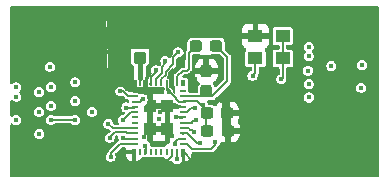
<source format=gbr>
%TF.GenerationSoftware,KiCad,Pcbnew,9.0.2*%
%TF.CreationDate,2025-06-09T01:03:38+02:00*%
%TF.ProjectId,WiFi_1YN,57694669-5f31-4594-9e2e-6b696361645f,rev?*%
%TF.SameCoordinates,Original*%
%TF.FileFunction,Copper,L1,Top*%
%TF.FilePolarity,Positive*%
%FSLAX46Y46*%
G04 Gerber Fmt 4.6, Leading zero omitted, Abs format (unit mm)*
G04 Created by KiCad (PCBNEW 9.0.2) date 2025-06-09 01:03:38*
%MOMM*%
%LPD*%
G01*
G04 APERTURE LIST*
G04 Aperture macros list*
%AMRoundRect*
0 Rectangle with rounded corners*
0 $1 Rounding radius*
0 $2 $3 $4 $5 $6 $7 $8 $9 X,Y pos of 4 corners*
0 Add a 4 corners polygon primitive as box body*
4,1,4,$2,$3,$4,$5,$6,$7,$8,$9,$2,$3,0*
0 Add four circle primitives for the rounded corners*
1,1,$1+$1,$2,$3*
1,1,$1+$1,$4,$5*
1,1,$1+$1,$6,$7*
1,1,$1+$1,$8,$9*
0 Add four rect primitives between the rounded corners*
20,1,$1+$1,$2,$3,$4,$5,0*
20,1,$1+$1,$4,$5,$6,$7,0*
20,1,$1+$1,$6,$7,$8,$9,0*
20,1,$1+$1,$8,$9,$2,$3,0*%
%AMFreePoly0*
4,1,14,0.503536,0.503536,0.505000,0.500000,0.505000,-0.500000,0.503536,-0.503536,0.500000,-0.505000,-0.500000,-0.505000,-0.503536,-0.503536,-0.505000,-0.500000,-0.505000,0.000000,-0.503536,0.003536,-0.003536,0.503536,0.000000,0.505000,0.500000,0.505000,0.503536,0.503536,0.503536,0.503536,$1*%
G04 Aperture macros list end*
%TA.AperFunction,SMDPad,CuDef*%
%ADD10RoundRect,0.105000X0.420000X0.995000X-0.420000X0.995000X-0.420000X-0.995000X0.420000X-0.995000X0*%
%TD*%
%TA.AperFunction,SMDPad,CuDef*%
%ADD11RoundRect,0.100000X0.400000X0.400000X-0.400000X0.400000X-0.400000X-0.400000X0.400000X-0.400000X0*%
%TD*%
%TA.AperFunction,SMDPad,CuDef*%
%ADD12R,0.500000X0.250000*%
%TD*%
%TA.AperFunction,SMDPad,CuDef*%
%ADD13R,0.375000X0.500000*%
%TD*%
%TA.AperFunction,SMDPad,CuDef*%
%ADD14R,0.250000X0.500000*%
%TD*%
%TA.AperFunction,SMDPad,CuDef*%
%ADD15FreePoly0,0.000000*%
%TD*%
%TA.AperFunction,SMDPad,CuDef*%
%ADD16R,1.000000X1.000000*%
%TD*%
%TA.AperFunction,SMDPad,CuDef*%
%ADD17RoundRect,0.237500X0.237500X-0.300000X0.237500X0.300000X-0.237500X0.300000X-0.237500X-0.300000X0*%
%TD*%
%TA.AperFunction,SMDPad,CuDef*%
%ADD18RoundRect,0.237500X-0.300000X-0.237500X0.300000X-0.237500X0.300000X0.237500X-0.300000X0.237500X0*%
%TD*%
%TA.AperFunction,SMDPad,CuDef*%
%ADD19RoundRect,0.237500X-0.287500X-0.237500X0.287500X-0.237500X0.287500X0.237500X-0.287500X0.237500X0*%
%TD*%
%TA.AperFunction,SMDPad,CuDef*%
%ADD20R,1.300000X1.100000*%
%TD*%
%TA.AperFunction,ViaPad*%
%ADD21C,0.450000*%
%TD*%
%TA.AperFunction,Conductor*%
%ADD22C,0.127000*%
%TD*%
%TA.AperFunction,Conductor*%
%ADD23C,0.200000*%
%TD*%
%TA.AperFunction,Conductor*%
%ADD24C,0.380000*%
%TD*%
%TA.AperFunction,Conductor*%
%ADD25C,0.400000*%
%TD*%
G04 APERTURE END LIST*
D10*
%TO.P,J1,2,Ext*%
%TO.N,GND*%
X201125000Y-63975000D03*
D11*
X199650000Y-62475000D03*
D10*
X198175000Y-63975000D03*
D11*
%TO.P,J1,1,In*%
%TO.N,Net-(J1-In)*%
X199650000Y-65475000D03*
%TD*%
D12*
%TO.P,U1,1,GND*%
%TO.N,GND*%
X199225000Y-68275000D03*
%TO.P,U1,2,BT_UART_RXD*%
%TO.N,/BT_UART_RX*%
X199225000Y-68725000D03*
%TO.P,U1,3,BT_UART_TXD*%
%TO.N,/BT_UART_TX*%
X199225000Y-69175000D03*
%TO.P,U1,4,BT_UART_CTS_N*%
%TO.N,/BT_UART_CTS*%
X199225000Y-69625000D03*
%TO.P,U1,5,BT_UART_RTS_N*%
%TO.N,/BT_UART_RTS*%
X199225000Y-70075000D03*
%TO.P,U1,6,NC*%
%TO.N,unconnected-(U1-NC-Pad6)*%
X199225000Y-70525000D03*
%TO.P,U1,7,NC__1*%
%TO.N,unconnected-(U1-NC__1-Pad7)*%
X199225000Y-70975000D03*
%TO.P,U1,8,BT_PCM_SYNC*%
%TO.N,/BT_PCM_SYNC*%
X199225000Y-71425000D03*
%TO.P,U1,9,BT_PCM_IN*%
%TO.N,/BT_PCM_IN*%
X199225000Y-71875000D03*
%TO.P,U1,10,BT_PCM_OUT*%
%TO.N,/BT_PCM_OUT*%
X199225000Y-72325000D03*
%TO.P,U1,11,BT_PCM_CLK*%
%TO.N,/BT_PCM_CLK*%
X199225000Y-72775000D03*
D13*
%TO.P,U1,12,GND__1*%
%TO.N,GND*%
X199162500Y-73450000D03*
D14*
%TO.P,U1,13,NC__2*%
%TO.N,unconnected-(U1-NC__2-Pad13)*%
X199675000Y-73450000D03*
%TO.P,U1,14,BT_REG_ON*%
%TO.N,/BT_REG_ON*%
X200125000Y-73450000D03*
%TO.P,U1,15,NC__3*%
%TO.N,unconnected-(U1-NC__3-Pad15)*%
X200575000Y-73450000D03*
%TO.P,U1,16,NC__4*%
%TO.N,unconnected-(U1-NC__4-Pad16)*%
X201025000Y-73450000D03*
%TO.P,U1,17,WL_GPIO_2*%
%TO.N,unconnected-(U1-WL_GPIO_2-Pad17)*%
X201475000Y-73450000D03*
%TO.P,U1,18,WL_GPIO_1*%
%TO.N,unconnected-(U1-WL_GPIO_1-Pad18)*%
X201925000Y-73450000D03*
%TO.P,U1,19,GND__2*%
%TO.N,GND*%
X202375000Y-73450000D03*
%TO.P,U1,20,SDIO_CLK*%
%TO.N,/WIFI_SDIO_CLK*%
X202825000Y-73450000D03*
D13*
%TO.P,U1,21,GND__3*%
%TO.N,GND*%
X203337500Y-73450000D03*
D12*
%TO.P,U1,22,SDIO_CMD*%
%TO.N,/WIFI_SDIO_CMD*%
X203275000Y-72775000D03*
%TO.P,U1,23,SDIO_DATA_2*%
%TO.N,/WIFI_SDIO_DAT2*%
X203275000Y-72325000D03*
%TO.P,U1,24,SDIO_DATA_0*%
%TO.N,/WIFI_SDIO_DAT0*%
X203275000Y-71875000D03*
%TO.P,U1,25,SDIO_DATA_3*%
%TO.N,/WIFI_SDIO_DAT3*%
X203275000Y-71425000D03*
%TO.P,U1,26,SDIO_DATA_1*%
%TO.N,/WIFI_SDIO_DAT1*%
X203275000Y-70975000D03*
%TO.P,U1,27,WL_GPIO_0_HOST_WAKE*%
%TO.N,/WL_GPIO_0_HOST_WAKE*%
X203275000Y-70525000D03*
%TO.P,U1,28,WL_REG_ON*%
%TO.N,/WL_REG_ON*%
X203275000Y-70075000D03*
%TO.P,U1,29,GND__4*%
%TO.N,GND*%
X203275000Y-69625000D03*
%TO.P,U1,30,VBAT*%
%TO.N,+3.3V*%
X203275000Y-69175000D03*
%TO.P,U1,31,VIN_LDO*%
%TO.N,Net-(U1-VIN_LDO)*%
X203275000Y-68725000D03*
%TO.P,U1,32,GND(SR_PVSS)*%
%TO.N,unconnected-(U1-GND(SR_PVSS)-Pad32)*%
X203275000Y-68275000D03*
D13*
%TO.P,U1,33,GND(SR_PVSS)__1*%
%TO.N,unconnected-(U1-GND(SR_PVSS)__1-Pad33)*%
X203337500Y-67600000D03*
D14*
%TO.P,U1,34,SR_VLX*%
%TO.N,Net-(U1-SR_VLX)*%
X202825000Y-67600000D03*
%TO.P,U1,35,GND__5*%
%TO.N,GND*%
X202375000Y-67600000D03*
%TO.P,U1,36,VIO*%
%TO.N,+3.3V*%
X201925000Y-67600000D03*
%TO.P,U1,37,LPO_IN(32KHZ)*%
%TO.N,/32KHz*%
X201475000Y-67600000D03*
%TO.P,U1,38,BT_HOST_WAKE*%
%TO.N,/BT_HOST_WAKE*%
X201025000Y-67600000D03*
%TO.P,U1,39,BT_DEV_WAKE*%
%TO.N,/BT_DEV_WAKE*%
X200575000Y-67600000D03*
%TO.P,U1,40,GND__6*%
%TO.N,GND*%
X200125000Y-67600000D03*
%TO.P,U1,41,ANT*%
%TO.N,Net-(J1-In)*%
X199675000Y-67600000D03*
D13*
%TO.P,U1,42,GND__7*%
%TO.N,GND*%
X199162500Y-67600000D03*
D15*
%TO.P,U1,43,GND__8*%
X200500000Y-69525000D03*
D16*
%TO.P,U1,44,GND__9*%
X200500000Y-71525000D03*
%TO.P,U1,45,GND__10*%
X202000000Y-69525000D03*
%TO.P,U1,46,GND__11*%
X202000000Y-71525000D03*
%TD*%
D17*
%TO.P,C3,2*%
%TO.N,GND*%
X205300000Y-66575000D03*
%TO.P,C3,1*%
%TO.N,Net-(U1-VIN_LDO)*%
X205300000Y-68300000D03*
%TD*%
D18*
%TO.P,C1,2*%
%TO.N,GND*%
X207087500Y-71650000D03*
%TO.P,C1,1*%
%TO.N,+3.3V*%
X205362500Y-71650000D03*
%TD*%
%TO.P,C2,2*%
%TO.N,GND*%
X207035147Y-70150000D03*
%TO.P,C2,1*%
%TO.N,+3.3V*%
X205310147Y-70150000D03*
%TD*%
D19*
%TO.P,L1,2,2*%
%TO.N,Net-(U1-VIN_LDO)*%
X206146400Y-64465200D03*
%TO.P,L1,1,1*%
%TO.N,Net-(U1-SR_VLX)*%
X204396400Y-64465200D03*
%TD*%
D20*
%TO.P,Y1,1,TRI-STATE*%
%TO.N,+3.3V*%
X211750000Y-63620000D03*
%TO.P,Y1,2,GND*%
%TO.N,GND*%
X209450000Y-63620000D03*
%TO.P,Y1,3,OUTPUT*%
%TO.N,/32KHz*%
X209450000Y-65520000D03*
%TO.P,Y1,4,VDD*%
%TO.N,+3.3V*%
X211750000Y-65520000D03*
%TD*%
D21*
%TO.N,GND*%
X198780400Y-68021200D03*
X200101200Y-68275200D03*
X198551800Y-65227200D03*
X200787000Y-65278000D03*
X213715600Y-72339200D03*
X217093800Y-72339200D03*
X201701400Y-74447400D03*
X204114400Y-74188500D03*
X189362212Y-69881334D03*
X201375285Y-70027800D03*
X202415569Y-72118587D03*
X200025000Y-72212200D03*
X201320400Y-70662800D03*
X193395600Y-74879200D03*
X200180500Y-74884200D03*
X210315100Y-74909600D03*
X217093800Y-74904600D03*
X189995100Y-74884200D03*
X196780000Y-74884200D03*
X203581000Y-74879200D03*
X206959200Y-74879200D03*
X213715600Y-74904600D03*
X193389400Y-64968200D03*
X189988900Y-64973200D03*
X196773800Y-64973200D03*
X189995100Y-61600000D03*
X193395600Y-61595000D03*
X210315100Y-61625400D03*
X213715600Y-61620400D03*
X217093800Y-61620400D03*
X196780000Y-61600000D03*
X200180500Y-61600000D03*
X203581000Y-61595000D03*
X206959200Y-61595000D03*
%TO.N,+3.3V*%
X211650000Y-67290000D03*
%TO.N,/32KHz*%
X209200000Y-66990000D03*
%TO.N,+3.3V*%
X205000000Y-69450000D03*
%TO.N,GND*%
X215750000Y-67180000D03*
%TO.N,/WL_GPIO_0_HOST_WAKE*%
X202751136Y-70525000D03*
%TO.N,/WIFI_SDIO_DAT3*%
X204239672Y-71735328D03*
%TO.N,/WL_REG_ON*%
X204319715Y-69696130D03*
%TO.N,/WIFI_SDIO_DAT2*%
X202599998Y-72774998D03*
%TO.N,/WIFI_SDIO_DAT0*%
X204779578Y-72711500D03*
%TO.N,/WIFI_SDIO_DAT1*%
X204439717Y-70760283D03*
%TO.N,/WIFI_SDIO_CMD*%
X206050000Y-72600000D03*
%TO.N,/WIFI_SDIO_CLK*%
X202800000Y-74050000D03*
%TO.N,/WIFI_SDIO_DAT0*%
X213970000Y-68830000D03*
%TO.N,/WIFI_SDIO_DAT2*%
X213950000Y-67680000D03*
%TO.N,/WIFI_SDIO_DAT1*%
X213900000Y-66550000D03*
%TO.N,GND*%
X215836831Y-65501119D03*
%TO.N,/WIFI_SDIO_DAT3*%
X215875000Y-66150000D03*
%TO.N,/WIFI_SDIO_CLK*%
X213950000Y-65350000D03*
%TO.N,/WIFI_SDIO_CMD*%
X213950000Y-64550000D03*
%TO.N,GND*%
X215850000Y-64950000D03*
X218475000Y-65125000D03*
X216900000Y-66875000D03*
%TO.N,+3.3V*%
X218400000Y-68000000D03*
%TO.N,GND*%
X206500000Y-67100000D03*
X204350000Y-67275000D03*
X204375000Y-65650000D03*
X206300000Y-65600000D03*
X207850000Y-68150000D03*
X208100000Y-66500000D03*
X207700000Y-64400000D03*
X205598660Y-63613410D03*
X203500000Y-63700000D03*
X203100000Y-65900000D03*
X202400000Y-66800000D03*
%TO.N,+3.3V*%
X202100000Y-68400000D03*
%TO.N,/32KHz*%
X202900000Y-65000000D03*
%TO.N,/BT_HOST_WAKE*%
X201800000Y-65700000D03*
%TO.N,GND*%
X200374999Y-66672254D03*
%TO.N,/BT_DEV_WAKE*%
X201007090Y-66520713D03*
%TO.N,/BT_PCM_CLK*%
X197200000Y-73850000D03*
%TO.N,/BT_UART_RX*%
X198023090Y-68294700D03*
%TO.N,/BT_PCM_IN*%
X197104000Y-72237600D03*
%TO.N,/BT_PCM_OUT*%
X198272400Y-72270458D03*
%TO.N,/BT_PCM_SYNC*%
X197002400Y-71069200D03*
%TO.N,/BT_UART_RTS*%
X198247000Y-70739000D03*
%TO.N,/BT_UART_CTS*%
X198510000Y-69680000D03*
%TO.N,GND*%
X191860000Y-71940000D03*
X191300000Y-66150000D03*
%TO.N,+3.3V*%
X192140000Y-70720000D03*
%TO.N,/BT_REG_ON*%
X195600000Y-70039000D03*
%TO.N,/BT_HOST_WAKE*%
X192140000Y-69530000D03*
%TO.N,/BT_UART_CTS*%
X194190000Y-69130000D03*
%TO.N,/BT_UART_RTS*%
X192140000Y-67949940D03*
%TO.N,/BT_UART_RX*%
X194190000Y-67550000D03*
%TO.N,/BT_UART_TX*%
X192040000Y-66230000D03*
%TO.N,/BT_DEV_WAKE*%
X191160400Y-71932800D03*
%TO.N,/WL_REG_ON*%
X189210000Y-70740000D03*
%TO.N,/BT_PCM_CLK*%
X191110000Y-70040000D03*
%TO.N,/BT_PCM_IN*%
X189210000Y-68770000D03*
%TO.N,GND*%
X191010000Y-67440000D03*
%TO.N,/BT_PCM_OUT*%
X189210000Y-67975000D03*
%TO.N,GND*%
X197500000Y-63600000D03*
X201800000Y-63600000D03*
X198875000Y-66700000D03*
%TO.N,/WL_GPIO_0_HOST_WAKE*%
X218475000Y-66075000D03*
%TO.N,+3.3V*%
X194190000Y-70750000D03*
%TO.N,/BT_PCM_SYNC*%
X191109600Y-68376800D03*
%TO.N,GND*%
X194021017Y-66922348D03*
%TO.N,/BT_UART_TX*%
X199900000Y-69000000D03*
%TO.N,/BT_REG_ON*%
X200100521Y-72899479D03*
%TD*%
D22*
%TO.N,GND*%
X203275000Y-69625000D02*
X202100000Y-69625000D01*
X202100000Y-69625000D02*
X202000000Y-69525000D01*
%TO.N,/BT_DEV_WAKE*%
X201026654Y-66712857D02*
X200697155Y-67042355D01*
X200575000Y-67600000D02*
X200635500Y-67539500D01*
X200635500Y-67539500D02*
X200635500Y-67104010D01*
X200635500Y-67104010D02*
X200697155Y-67042355D01*
X201007090Y-66520713D02*
X201026654Y-66540277D01*
X200697155Y-67042355D02*
X200635500Y-67104011D01*
X201026654Y-66540277D02*
X201026654Y-66712857D01*
%TO.N,GND*%
X200125000Y-67600000D02*
X200185500Y-67539500D01*
X200202800Y-67539500D02*
X200202800Y-67085500D01*
D23*
%TO.N,Net-(J1-In)*%
X199675000Y-67304400D02*
X199675000Y-67600000D01*
D22*
%TO.N,GND*%
X202375000Y-73773800D02*
X201701400Y-74447400D01*
X202375000Y-73450000D02*
X202375000Y-73773800D01*
X203375900Y-73450000D02*
X204114400Y-74188500D01*
X203337500Y-73450000D02*
X203375900Y-73450000D01*
%TO.N,+3.3V*%
X211750000Y-67190000D02*
X211650000Y-67290000D01*
X211750000Y-65520000D02*
X211750000Y-67190000D01*
X211750000Y-63620000D02*
X211750000Y-65520000D01*
%TO.N,/32KHz*%
X209450000Y-66740000D02*
X209200000Y-66990000D01*
X209450000Y-65520000D02*
X209450000Y-66740000D01*
%TO.N,/WIFI_SDIO_CMD*%
X206050000Y-72825000D02*
X205674000Y-73201000D01*
X206050000Y-72600000D02*
X206050000Y-72825000D01*
X205674000Y-73201000D02*
X204078000Y-73201000D01*
X204078000Y-73201000D02*
X203652000Y-72775000D01*
X203652000Y-72775000D02*
X203275000Y-72775000D01*
%TO.N,/WIFI_SDIO_DAT0*%
X204779578Y-72711500D02*
X204523586Y-72711500D01*
X203687086Y-71875000D02*
X203275000Y-71875000D01*
X204523586Y-72711500D02*
X203687086Y-71875000D01*
%TO.N,/WIFI_SDIO_DAT1*%
X204027602Y-70975000D02*
X203275000Y-70975000D01*
X204046462Y-70956140D02*
X204027602Y-70975000D01*
X204379434Y-70700000D02*
X204225000Y-70700000D01*
X204046462Y-70878538D02*
X204046462Y-70956140D01*
X204439717Y-70760283D02*
X204379434Y-70700000D01*
X204225000Y-70700000D02*
X204046462Y-70878538D01*
%TO.N,/WL_GPIO_0_HOST_WAKE*%
X203275000Y-70525000D02*
X202751136Y-70525000D01*
X203314500Y-70485500D02*
X203275000Y-70525000D01*
%TO.N,/WIFI_SDIO_DAT3*%
X204239672Y-71735328D02*
X204079344Y-71575000D01*
X204079344Y-71575000D02*
X203935344Y-71575000D01*
X203935344Y-71575000D02*
X203785344Y-71425000D01*
X203785344Y-71425000D02*
X203275000Y-71425000D01*
D23*
%TO.N,+3.3V*%
X205310147Y-70150000D02*
X205310147Y-69942685D01*
X205310147Y-69942685D02*
X204537592Y-69170130D01*
X204537592Y-69170130D02*
X203279870Y-69170130D01*
X203279870Y-69170130D02*
X203275000Y-69175000D01*
D22*
%TO.N,/WL_REG_ON*%
X204030870Y-69696130D02*
X204319715Y-69696130D01*
X203652000Y-70075000D02*
X204030870Y-69696130D01*
X203275000Y-70075000D02*
X203652000Y-70075000D01*
%TO.N,/WIFI_SDIO_DAT2*%
X202599998Y-72774998D02*
X202599998Y-72625002D01*
X202599998Y-72625002D02*
X202900000Y-72325000D01*
X202900000Y-72325000D02*
X203275000Y-72325000D01*
D23*
%TO.N,+3.3V*%
X205589853Y-69782794D02*
X205310147Y-70062500D01*
X205737820Y-69782794D02*
X205242206Y-69782794D01*
X205310147Y-70062500D02*
X205310147Y-70150000D01*
D22*
%TO.N,/WIFI_SDIO_CLK*%
X202800000Y-74050000D02*
X202800000Y-73475000D01*
X202800000Y-73475000D02*
X202825000Y-73450000D01*
%TO.N,/BT_PCM_CLK*%
X197989000Y-72775000D02*
X199225000Y-72775000D01*
X197200000Y-73564000D02*
X197989000Y-72775000D01*
X197200000Y-73850000D02*
X197200000Y-73564000D01*
D23*
%TO.N,+3.3V*%
X192140000Y-70720000D02*
X194160000Y-70720000D01*
X194160000Y-70720000D02*
X194190000Y-70750000D01*
%TO.N,GND*%
X206675000Y-71650000D02*
X206675000Y-69125000D01*
X206675000Y-69125000D02*
X206700000Y-69100000D01*
%TO.N,+3.3V*%
X205297647Y-71650000D02*
X205297647Y-70162500D01*
X205297647Y-70162500D02*
X205310147Y-70150000D01*
D22*
%TO.N,GND*%
X206916534Y-63616534D02*
X205601784Y-63616534D01*
X208100000Y-64800000D02*
X208100000Y-66500000D01*
X207700000Y-64400000D02*
X206916534Y-63616534D01*
X205601784Y-63616534D02*
X205598660Y-63613410D01*
X207700000Y-64400000D02*
X208100000Y-64800000D01*
X203500000Y-63700000D02*
X205512070Y-63700000D01*
X205512070Y-63700000D02*
X205598660Y-63613410D01*
X207850000Y-68150000D02*
X206900000Y-69100000D01*
X208100000Y-67900000D02*
X207850000Y-68150000D01*
X206900000Y-69100000D02*
X206700000Y-69100000D01*
X208100000Y-66500000D02*
X208100000Y-67900000D01*
X206700000Y-69100000D02*
X206567328Y-69232672D01*
X203500000Y-63700000D02*
X203446400Y-63753600D01*
X203446400Y-63753600D02*
X203446400Y-65553600D01*
X203446400Y-65553600D02*
X203100000Y-65900000D01*
X203100000Y-65900000D02*
X203100000Y-66000000D01*
X203100000Y-66000000D02*
X202400000Y-66700000D01*
X202400000Y-66700000D02*
X202400000Y-66800000D01*
%TO.N,/32KHz*%
X201844154Y-66925122D02*
X201475000Y-67294276D01*
X202900000Y-65000000D02*
X202500000Y-65400000D01*
X202500000Y-65400000D02*
X202500000Y-66000000D01*
X202500000Y-66000000D02*
X201844154Y-66655846D01*
X201844154Y-66655846D02*
X201844154Y-66925122D01*
X201475000Y-67294276D02*
X201475000Y-67600000D01*
%TO.N,GND*%
X202375000Y-66825000D02*
X202400000Y-66800000D01*
X202375000Y-67600000D02*
X202375000Y-66825000D01*
%TO.N,Net-(U1-SR_VLX)*%
X202825000Y-67600000D02*
X202825000Y-67042400D01*
X202825000Y-67042400D02*
X203300000Y-66567400D01*
X203300000Y-66567400D02*
X203632600Y-66567400D01*
X203632600Y-66567400D02*
X203800000Y-66400000D01*
X203800000Y-66400000D02*
X203786800Y-66386800D01*
X203786800Y-65074800D02*
X204396400Y-64465200D01*
X203786800Y-66386800D02*
X203786800Y-65074800D01*
%TO.N,+3.3V*%
X201925000Y-67600000D02*
X201925000Y-68225000D01*
X201925000Y-68225000D02*
X202100000Y-68400000D01*
X202100000Y-68229000D02*
X202100000Y-68400000D01*
X201925000Y-68054000D02*
X202100000Y-68229000D01*
%TO.N,/BT_HOST_WAKE*%
X201800000Y-65700000D02*
X201800000Y-65932308D01*
X201516154Y-66789260D02*
X201025000Y-67280414D01*
X201800000Y-65932308D02*
X201516154Y-66216154D01*
X201516154Y-66216154D02*
X201516154Y-66789260D01*
X201025000Y-67280414D02*
X201025000Y-67600000D01*
%TO.N,GND*%
X200374999Y-66672254D02*
X200374999Y-66672256D01*
X200374999Y-66672256D02*
X200250000Y-66797255D01*
X200250000Y-66797255D02*
X200250000Y-66800000D01*
D23*
X200250000Y-66325000D02*
X200250000Y-66800000D01*
D22*
%TO.N,/BT_UART_TX*%
X199900000Y-69000000D02*
X199854000Y-69000000D01*
X199854000Y-69000000D02*
X199679000Y-69175000D01*
X199679000Y-69175000D02*
X199225000Y-69175000D01*
D23*
%TO.N,Net-(U1-VIN_LDO)*%
X207059700Y-66471800D02*
X207059700Y-65378500D01*
X207059700Y-65378500D02*
X206146400Y-64465200D01*
X203275000Y-68725000D02*
X205798200Y-68725000D01*
X205798200Y-68725000D02*
X207059700Y-67463500D01*
X207059700Y-67463500D02*
X207059700Y-66471800D01*
D22*
%TO.N,/BT_UART_RX*%
X198221600Y-68294700D02*
X198651900Y-68725000D01*
X198023090Y-68294700D02*
X198221600Y-68294700D01*
X198651900Y-68725000D02*
X199225000Y-68725000D01*
%TO.N,/BT_PCM_IN*%
X198569200Y-71875000D02*
X199225000Y-71875000D01*
X197104000Y-72237600D02*
X197341859Y-71999741D01*
X197544501Y-71780958D02*
X198475158Y-71780958D01*
X198475158Y-71780958D02*
X198569200Y-71875000D01*
X197341859Y-71999741D02*
X197341859Y-71983600D01*
X197341859Y-71983600D02*
X197544501Y-71780958D01*
%TO.N,/BT_PCM_SYNC*%
X197002400Y-71069200D02*
X197358200Y-71425000D01*
X197358200Y-71425000D02*
X199225000Y-71425000D01*
%TO.N,/BT_PCM_OUT*%
X198326942Y-72325000D02*
X198272400Y-72270458D01*
X199225000Y-72325000D02*
X198326942Y-72325000D01*
%TO.N,/BT_UART_RTS*%
X198652589Y-70333411D02*
X198652589Y-70322911D01*
X198247000Y-70739000D02*
X198652589Y-70333411D01*
X198652589Y-70322911D02*
X198900500Y-70075000D01*
X198900500Y-70075000D02*
X199225000Y-70075000D01*
%TO.N,/BT_UART_CTS*%
X198510000Y-69680000D02*
X199170000Y-69680000D01*
X199170000Y-69680000D02*
X199225000Y-69625000D01*
%TO.N,GND*%
X199225000Y-68275000D02*
X199904000Y-68275000D01*
X199904000Y-68275000D02*
X200125000Y-68054000D01*
X200125000Y-68054000D02*
X200125000Y-67806902D01*
X200125000Y-67806902D02*
X200139500Y-67792402D01*
X200139500Y-67792402D02*
X200139500Y-67600000D01*
D23*
X198775000Y-64525000D02*
X198775000Y-66025000D01*
X198775000Y-66025000D02*
X199075000Y-66325000D01*
X199100000Y-66325000D02*
X199100000Y-67587500D01*
X199075000Y-66325000D02*
X199100000Y-66325000D01*
X198175000Y-63975000D02*
X198725000Y-64525000D01*
X200525000Y-66075000D02*
X200275000Y-66325000D01*
X200250000Y-66325000D02*
X200275000Y-66325000D01*
X200250000Y-66275000D02*
X200500000Y-66025000D01*
X200525000Y-65100000D02*
X200525000Y-66075000D01*
X201125000Y-63975000D02*
X201125000Y-64575000D01*
X201125000Y-64575000D02*
X200600000Y-65100000D01*
X201125000Y-63975000D02*
X201125000Y-64600000D01*
X199162500Y-67600000D02*
X199175000Y-67587500D01*
%TO.N,Net-(J1-In)*%
X199699000Y-67576000D02*
X199675000Y-67600000D01*
D24*
%TO.N,GND*%
X201125000Y-63975000D02*
X201125000Y-64402850D01*
D23*
X200125000Y-67600000D02*
X200149000Y-67576000D01*
D22*
%TO.N,Net-(J1-In)*%
X199650000Y-67575000D02*
X199675000Y-67600000D01*
%TO.N,+3.3V*%
X203275000Y-69175000D02*
X202975000Y-69175000D01*
X202975000Y-69175000D02*
X202760500Y-68960500D01*
X202760500Y-68960500D02*
X202760500Y-68889500D01*
X202760500Y-68889500D02*
X201925000Y-68054000D01*
X201925000Y-68054000D02*
X201925000Y-67600000D01*
%TO.N,/WL_GPIO_0_HOST_WAKE*%
X203089498Y-70585500D02*
X203214500Y-70585500D01*
X203214500Y-70585500D02*
X203275000Y-70525000D01*
%TO.N,/WIFI_SDIO_DAT2*%
X203335500Y-72385500D02*
X203275000Y-72325000D01*
%TO.N,/WIFI_SDIO_DAT0*%
X203335500Y-71935500D02*
X203275000Y-71875000D01*
%TO.N,/WIFI_SDIO_DAT1*%
X203325000Y-70925000D02*
X203275000Y-70975000D01*
%TO.N,/WIFI_SDIO_CMD*%
X203300000Y-72800000D02*
X203275000Y-72775000D01*
%TO.N,/BT_DEV_WAKE*%
X200514500Y-67660500D02*
X200575000Y-67600000D01*
%TO.N,/BT_REG_ON*%
X200185500Y-73510500D02*
X200125000Y-73450000D01*
X200100521Y-72899479D02*
X200185500Y-72984458D01*
X200185500Y-72984458D02*
X200185500Y-73510500D01*
D24*
%TO.N,GND*%
X201125000Y-64600000D02*
X200872150Y-64852850D01*
D25*
%TO.N,Net-(J1-In)*%
X199675000Y-67183000D02*
X199675000Y-65627000D01*
X199675000Y-65500000D02*
X199650000Y-65475000D01*
D23*
%TO.N,GND*%
X200250000Y-66800000D02*
X200250000Y-67106800D01*
%TD*%
%TA.AperFunction,Conductor*%
%TO.N,GND*%
G36*
X200910000Y-68510000D02*
G01*
X200750000Y-68510000D01*
X200750000Y-69275000D01*
X202650285Y-69275000D01*
X202676692Y-69282754D01*
X202703860Y-69287171D01*
X202712452Y-69293254D01*
X202717324Y-69294685D01*
X202733196Y-69306795D01*
X202735639Y-69308992D01*
X202825456Y-69398809D01*
X202844124Y-69406541D01*
X202859938Y-69420761D01*
X202867568Y-69433128D01*
X202871465Y-69436269D01*
X202871816Y-69435919D01*
X202875071Y-69439174D01*
X202878884Y-69442247D01*
X202880125Y-69444069D01*
X202880446Y-69444549D01*
X202880450Y-69444554D01*
X202946769Y-69488867D01*
X202946770Y-69488868D01*
X203005247Y-69500499D01*
X203005250Y-69500500D01*
X203151000Y-69500500D01*
X203159685Y-69503050D01*
X203168647Y-69501762D01*
X203192687Y-69512740D01*
X203218039Y-69520185D01*
X203223966Y-69527025D01*
X203232203Y-69530787D01*
X203246492Y-69553021D01*
X203263794Y-69572989D01*
X203266081Y-69583503D01*
X203269977Y-69589565D01*
X203275000Y-69624500D01*
X203275000Y-69625500D01*
X203255315Y-69692539D01*
X203202511Y-69738294D01*
X203151000Y-69749500D01*
X203005247Y-69749500D01*
X202946770Y-69761131D01*
X202936081Y-69765560D01*
X202888626Y-69775000D01*
X202250000Y-69775000D01*
X202250000Y-72496986D01*
X202247503Y-72508170D01*
X202248538Y-72515971D01*
X202240955Y-72537497D01*
X202238226Y-72549725D01*
X202236002Y-72554455D01*
X202203495Y-72610761D01*
X202195472Y-72640703D01*
X202190777Y-72650694D01*
X202174630Y-72668922D01*
X202161957Y-72689712D01*
X202149476Y-72697318D01*
X202144448Y-72702996D01*
X202136477Y-72705242D01*
X202121884Y-72714137D01*
X202007913Y-72756645D01*
X202007906Y-72756649D01*
X201892812Y-72842809D01*
X201803158Y-72962571D01*
X201781147Y-72979047D01*
X201761362Y-72998137D01*
X201750551Y-73001950D01*
X201747224Y-73004441D01*
X201728078Y-73009877D01*
X201724186Y-73010651D01*
X201675810Y-73010651D01*
X201619748Y-72999500D01*
X201330252Y-72999500D01*
X201274190Y-73010651D01*
X201225810Y-73010651D01*
X201169748Y-72999500D01*
X200880252Y-72999500D01*
X200824190Y-73010651D01*
X200824127Y-73010654D01*
X200824101Y-73010668D01*
X200823872Y-73010667D01*
X200788856Y-73012531D01*
X200778991Y-73011640D01*
X200778231Y-73011133D01*
X200719748Y-72999500D01*
X200644440Y-72999500D01*
X200638877Y-72998998D01*
X200611356Y-72988146D01*
X200582982Y-72979815D01*
X200579222Y-72975476D01*
X200573878Y-72973369D01*
X200556591Y-72949359D01*
X200537227Y-72927011D01*
X200535808Y-72920492D01*
X200533054Y-72916666D01*
X200532436Y-72904992D01*
X200526021Y-72875500D01*
X200526021Y-72843463D01*
X200526021Y-72843461D01*
X200497024Y-72735242D01*
X200441006Y-72638216D01*
X200361784Y-72558994D01*
X200312000Y-72530251D01*
X200306993Y-72525000D01*
X200750000Y-72525000D01*
X201047828Y-72525000D01*
X201047844Y-72524999D01*
X201107372Y-72518598D01*
X201107376Y-72518597D01*
X201206666Y-72481564D01*
X201276358Y-72476580D01*
X201293334Y-72481564D01*
X201392623Y-72518597D01*
X201392627Y-72518598D01*
X201452155Y-72524999D01*
X201452172Y-72525000D01*
X201750000Y-72525000D01*
X201750000Y-71775000D01*
X200750000Y-71775000D01*
X200750000Y-72525000D01*
X200306993Y-72525000D01*
X200263784Y-72479684D01*
X200250000Y-72422864D01*
X200250000Y-71275000D01*
X200750000Y-71275000D01*
X201750000Y-71275000D01*
X201750000Y-69775000D01*
X200750000Y-69775000D01*
X200750000Y-71275000D01*
X200250000Y-71275000D01*
X200250000Y-69278007D01*
X200266613Y-69216007D01*
X200296503Y-69164237D01*
X200325500Y-69056018D01*
X200325500Y-68943982D01*
X200296503Y-68835763D01*
X200266612Y-68783990D01*
X200250000Y-68721991D01*
X200250000Y-68592688D01*
X200228388Y-68591558D01*
X200213385Y-68602790D01*
X200147920Y-68627206D01*
X200079648Y-68612354D01*
X200077075Y-68610909D01*
X200064239Y-68603498D01*
X200064231Y-68603494D01*
X200063765Y-68603370D01*
X200063416Y-68603157D01*
X200056730Y-68600388D01*
X200057162Y-68599344D01*
X200004107Y-68567000D01*
X199973584Y-68504150D01*
X199973517Y-68501926D01*
X200910000Y-68510000D01*
G37*
%TD.AperFunction*%
%TA.AperFunction,Conductor*%
G36*
X201592409Y-68515882D02*
G01*
X201550500Y-68525000D01*
X201452155Y-68525000D01*
X201392627Y-68531401D01*
X201392619Y-68531403D01*
X201309472Y-68562415D01*
X201239780Y-68567399D01*
X201202869Y-68552877D01*
X201200332Y-68551371D01*
X201193267Y-68548445D01*
X201142271Y-68530455D01*
X201005738Y-68510825D01*
X201592409Y-68515882D01*
G37*
%TD.AperFunction*%
%TA.AperFunction,Conductor*%
G36*
X204756377Y-65160385D02*
G01*
X204777019Y-65177019D01*
X204800000Y-65200000D01*
X205700000Y-65200000D01*
X205722981Y-65177019D01*
X205784304Y-65143534D01*
X205810662Y-65140700D01*
X206345567Y-65140700D01*
X206412606Y-65160385D01*
X206433248Y-65177019D01*
X206722881Y-65466652D01*
X206756366Y-65527975D01*
X206759200Y-65554333D01*
X206759200Y-67287667D01*
X206739515Y-67354706D01*
X206722881Y-67375348D01*
X206166147Y-67932081D01*
X206104824Y-67965566D01*
X206035132Y-67960582D01*
X205979199Y-67918710D01*
X205969459Y-67903506D01*
X205964711Y-67894751D01*
X205929116Y-67793025D01*
X205855381Y-67693116D01*
X205851269Y-67685533D01*
X205845679Y-67659468D01*
X205836535Y-67634431D01*
X205838466Y-67625833D01*
X205836619Y-67617217D01*
X205846007Y-67592268D01*
X205851851Y-67566261D01*
X205858360Y-67559444D01*
X205861228Y-67551824D01*
X205876458Y-67540492D01*
X205895180Y-67520888D01*
X205998037Y-67457445D01*
X206119944Y-67335538D01*
X206119947Y-67335534D01*
X206210448Y-67188811D01*
X206210453Y-67188800D01*
X206264680Y-67025152D01*
X206274999Y-66924154D01*
X206275000Y-66924141D01*
X206275000Y-66825000D01*
X204325001Y-66825000D01*
X204325001Y-66924154D01*
X204335319Y-67025152D01*
X204389546Y-67188800D01*
X204389551Y-67188811D01*
X204480052Y-67335534D01*
X204480055Y-67335538D01*
X204601960Y-67457443D01*
X204704820Y-67520888D01*
X204751544Y-67572836D01*
X204762767Y-67641799D01*
X204739494Y-67700060D01*
X204670883Y-67793025D01*
X204627274Y-67917650D01*
X204624500Y-67947239D01*
X204624500Y-68300500D01*
X204604815Y-68367539D01*
X204552011Y-68413294D01*
X204500500Y-68424500D01*
X203849500Y-68424500D01*
X203782461Y-68404815D01*
X203736706Y-68352011D01*
X203725500Y-68300500D01*
X203725500Y-68130249D01*
X203725499Y-68130247D01*
X203713868Y-68071770D01*
X203713867Y-68071768D01*
X203711945Y-68068892D01*
X203709681Y-68061664D01*
X203709194Y-68060487D01*
X203709299Y-68060443D01*
X203691066Y-68002215D01*
X203709550Y-67934835D01*
X203711945Y-67931108D01*
X203713867Y-67928231D01*
X203713868Y-67928229D01*
X203725499Y-67869752D01*
X203725500Y-67869750D01*
X203725500Y-67330249D01*
X203725499Y-67330247D01*
X203713868Y-67271770D01*
X203713867Y-67271769D01*
X203669552Y-67205447D01*
X203603230Y-67161132D01*
X203603229Y-67161131D01*
X203544752Y-67149500D01*
X203544748Y-67149500D01*
X203390614Y-67149500D01*
X203369368Y-67143261D01*
X203347280Y-67141682D01*
X203336496Y-67133609D01*
X203323575Y-67129815D01*
X203309075Y-67113081D01*
X203291347Y-67099810D01*
X203286639Y-67087189D01*
X203277820Y-67077011D01*
X203274668Y-67055093D01*
X203266930Y-67034346D01*
X203269792Y-67021185D01*
X203267876Y-67007853D01*
X203277075Y-66987709D01*
X203281782Y-66966073D01*
X203295050Y-66948347D01*
X203296901Y-66944297D01*
X203302933Y-66937819D01*
X203373033Y-66867719D01*
X203434356Y-66834234D01*
X203460714Y-66831400D01*
X203685112Y-66831400D01*
X203685113Y-66831400D01*
X203782144Y-66791208D01*
X203932103Y-66641247D01*
X203932106Y-66641246D01*
X203949543Y-66623809D01*
X203949544Y-66623809D01*
X204023809Y-66549544D01*
X204023809Y-66549542D01*
X204023811Y-66549541D01*
X204046823Y-66493982D01*
X204064000Y-66452513D01*
X204064000Y-66347488D01*
X204060236Y-66338402D01*
X204058610Y-66330227D01*
X204055823Y-66325889D01*
X204050800Y-66290954D01*
X204050800Y-66225845D01*
X204325000Y-66225845D01*
X204325000Y-66325000D01*
X205050000Y-66325000D01*
X205550000Y-66325000D01*
X206274999Y-66325000D01*
X206274999Y-66225860D01*
X206274998Y-66225845D01*
X206264680Y-66124847D01*
X206210453Y-65961199D01*
X206210448Y-65961188D01*
X206119947Y-65814465D01*
X206119944Y-65814461D01*
X205998038Y-65692555D01*
X205998034Y-65692552D01*
X205851311Y-65602051D01*
X205851300Y-65602046D01*
X205687652Y-65547819D01*
X205586654Y-65537500D01*
X205550000Y-65537500D01*
X205550000Y-66325000D01*
X205050000Y-66325000D01*
X205050000Y-65537500D01*
X205013361Y-65537500D01*
X205013343Y-65537501D01*
X204912347Y-65547819D01*
X204748699Y-65602046D01*
X204748688Y-65602051D01*
X204601965Y-65692552D01*
X204601961Y-65692555D01*
X204480055Y-65814461D01*
X204480052Y-65814465D01*
X204389551Y-65961188D01*
X204389546Y-65961199D01*
X204335319Y-66124847D01*
X204325000Y-66225845D01*
X204050800Y-66225845D01*
X204050800Y-65264700D01*
X204070485Y-65197661D01*
X204123289Y-65151906D01*
X204174800Y-65140700D01*
X204689338Y-65140700D01*
X204756377Y-65160385D01*
G37*
%TD.AperFunction*%
%TA.AperFunction,Conductor*%
G36*
X203475452Y-65137582D02*
G01*
X203515980Y-65194497D01*
X203522800Y-65235053D01*
X203522800Y-66179400D01*
X203503115Y-66246439D01*
X203450311Y-66292194D01*
X203398800Y-66303400D01*
X203247486Y-66303400D01*
X203217988Y-66315619D01*
X203168150Y-66336263D01*
X203168148Y-66336263D01*
X203168147Y-66336264D01*
X203150457Y-66343590D01*
X202676657Y-66817390D01*
X202615334Y-66850875D01*
X202575720Y-66852998D01*
X202547844Y-66850000D01*
X202500000Y-66850000D01*
X202500000Y-66875000D01*
X202475000Y-66550000D01*
X202476531Y-66396820D01*
X202723808Y-66149544D01*
X202764000Y-66052513D01*
X202764000Y-65947488D01*
X202764000Y-65560714D01*
X202772644Y-65531273D01*
X202779168Y-65501287D01*
X202782922Y-65496271D01*
X202783685Y-65493675D01*
X202800319Y-65473033D01*
X202811533Y-65461819D01*
X202872856Y-65428334D01*
X202899214Y-65425500D01*
X202956016Y-65425500D01*
X202956018Y-65425500D01*
X203064237Y-65396503D01*
X203161263Y-65340485D01*
X203240485Y-65261263D01*
X203291413Y-65173052D01*
X203341980Y-65124837D01*
X203410587Y-65111614D01*
X203475452Y-65137582D01*
G37*
%TD.AperFunction*%
%TA.AperFunction,Conductor*%
G36*
X219842539Y-61090185D02*
G01*
X219888294Y-61142989D01*
X219899500Y-61194500D01*
X219899500Y-75478100D01*
X219879815Y-75545139D01*
X219827011Y-75590894D01*
X219775500Y-75602100D01*
X188830500Y-75602100D01*
X188763461Y-75582415D01*
X188717706Y-75529611D01*
X188706500Y-75478100D01*
X188706500Y-71876782D01*
X190734900Y-71876782D01*
X190734900Y-71988818D01*
X190755757Y-72066656D01*
X190763897Y-72097036D01*
X190763898Y-72097039D01*
X190778176Y-72121769D01*
X190819915Y-72194063D01*
X190899137Y-72273285D01*
X190996163Y-72329303D01*
X191104382Y-72358300D01*
X191104384Y-72358300D01*
X191216416Y-72358300D01*
X191216418Y-72358300D01*
X191324637Y-72329303D01*
X191421663Y-72273285D01*
X191500885Y-72194063D01*
X191556903Y-72097037D01*
X191585900Y-71988818D01*
X191585900Y-71876782D01*
X191556903Y-71768563D01*
X191500885Y-71671537D01*
X191421663Y-71592315D01*
X191324637Y-71536297D01*
X191216418Y-71507300D01*
X191104382Y-71507300D01*
X190996163Y-71536297D01*
X190996160Y-71536298D01*
X190899140Y-71592313D01*
X190899134Y-71592317D01*
X190819917Y-71671534D01*
X190819913Y-71671540D01*
X190763898Y-71768560D01*
X190763897Y-71768563D01*
X190734900Y-71876782D01*
X188706500Y-71876782D01*
X188706500Y-71137610D01*
X188726185Y-71070571D01*
X188778989Y-71024816D01*
X188848147Y-71014872D01*
X188911703Y-71043897D01*
X188918181Y-71049929D01*
X188948737Y-71080485D01*
X189045763Y-71136503D01*
X189153982Y-71165500D01*
X189153984Y-71165500D01*
X189266016Y-71165500D01*
X189266018Y-71165500D01*
X189374237Y-71136503D01*
X189471263Y-71080485D01*
X189550485Y-71001263D01*
X189606503Y-70904237D01*
X189635500Y-70796018D01*
X189635500Y-70683982D01*
X189630141Y-70663982D01*
X191714500Y-70663982D01*
X191714500Y-70776018D01*
X191738473Y-70865485D01*
X191743497Y-70884236D01*
X191743498Y-70884239D01*
X191754466Y-70903236D01*
X191799515Y-70981263D01*
X191878737Y-71060485D01*
X191975763Y-71116503D01*
X192083982Y-71145500D01*
X192083984Y-71145500D01*
X192196016Y-71145500D01*
X192196018Y-71145500D01*
X192304237Y-71116503D01*
X192401263Y-71060485D01*
X192404929Y-71056819D01*
X192466252Y-71023334D01*
X192492610Y-71020500D01*
X193807390Y-71020500D01*
X193874429Y-71040185D01*
X193895071Y-71056819D01*
X193928737Y-71090485D01*
X194025763Y-71146503D01*
X194133982Y-71175500D01*
X194133984Y-71175500D01*
X194246016Y-71175500D01*
X194246018Y-71175500D01*
X194354237Y-71146503D01*
X194451263Y-71090485D01*
X194528566Y-71013182D01*
X196576900Y-71013182D01*
X196576900Y-71125218D01*
X196605897Y-71233437D01*
X196661915Y-71330463D01*
X196741137Y-71409685D01*
X196838163Y-71465703D01*
X196946382Y-71494700D01*
X197003186Y-71494700D01*
X197032626Y-71503344D01*
X197062613Y-71509868D01*
X197067628Y-71513622D01*
X197070225Y-71514385D01*
X197090867Y-71531019D01*
X197160267Y-71600419D01*
X197193752Y-71661742D01*
X197188768Y-71731434D01*
X197146896Y-71787367D01*
X197081432Y-71811784D01*
X197072586Y-71812100D01*
X197047982Y-71812100D01*
X196939763Y-71841097D01*
X196939760Y-71841098D01*
X196842740Y-71897113D01*
X196842734Y-71897117D01*
X196763517Y-71976334D01*
X196763513Y-71976340D01*
X196707498Y-72073360D01*
X196707497Y-72073363D01*
X196678500Y-72181582D01*
X196678500Y-72293618D01*
X196707497Y-72401837D01*
X196763515Y-72498863D01*
X196842737Y-72578085D01*
X196939763Y-72634103D01*
X197047982Y-72663100D01*
X197047984Y-72663100D01*
X197160016Y-72663100D01*
X197160018Y-72663100D01*
X197268237Y-72634103D01*
X197365263Y-72578085D01*
X197444485Y-72498863D01*
X197500503Y-72401837D01*
X197529500Y-72293618D01*
X197529500Y-72236814D01*
X197549061Y-72169968D01*
X197556310Y-72158641D01*
X197565667Y-72149285D01*
X197571844Y-72134370D01*
X197577764Y-72125123D01*
X197584538Y-72119230D01*
X197594526Y-72104284D01*
X197617539Y-72081273D01*
X197678863Y-72047791D01*
X197705216Y-72044958D01*
X197730713Y-72044958D01*
X197797752Y-72064643D01*
X197843507Y-72117447D01*
X197853451Y-72186605D01*
X197850490Y-72201040D01*
X197846900Y-72214440D01*
X197846900Y-72326476D01*
X197855094Y-72357055D01*
X197874285Y-72428680D01*
X197872622Y-72498530D01*
X197842191Y-72548454D01*
X197058226Y-73332421D01*
X197058223Y-73332424D01*
X197050456Y-73340192D01*
X196976192Y-73414456D01*
X196939755Y-73502419D01*
X196932069Y-73513450D01*
X196925949Y-73518364D01*
X196918018Y-73530234D01*
X196859514Y-73588738D01*
X196859513Y-73588740D01*
X196803498Y-73685760D01*
X196803497Y-73685763D01*
X196774500Y-73793982D01*
X196774500Y-73906018D01*
X196803497Y-74014237D01*
X196859515Y-74111263D01*
X196938737Y-74190485D01*
X197035763Y-74246503D01*
X197143982Y-74275500D01*
X197143984Y-74275500D01*
X197256016Y-74275500D01*
X197256018Y-74275500D01*
X197364237Y-74246503D01*
X197461263Y-74190485D01*
X197540485Y-74111263D01*
X197596503Y-74014237D01*
X197625500Y-73906018D01*
X197625500Y-73793982D01*
X197613137Y-73747844D01*
X198475000Y-73747844D01*
X198481401Y-73807372D01*
X198481403Y-73807379D01*
X198531645Y-73942086D01*
X198531649Y-73942093D01*
X198617809Y-74057187D01*
X198617812Y-74057190D01*
X198732906Y-74143350D01*
X198732913Y-74143354D01*
X198867620Y-74193596D01*
X198867627Y-74193598D01*
X198927155Y-74199999D01*
X198927172Y-74200000D01*
X198975000Y-74200000D01*
X198975000Y-73637500D01*
X198475000Y-73637500D01*
X198475000Y-73747844D01*
X197613137Y-73747844D01*
X197596503Y-73685763D01*
X197596502Y-73685762D01*
X197596502Y-73685760D01*
X197591037Y-73676296D01*
X197584469Y-73649231D01*
X197574737Y-73623137D01*
X197576344Y-73615746D01*
X197574561Y-73608396D01*
X197583669Y-73582073D01*
X197589589Y-73554864D01*
X197596091Y-73546177D01*
X197597410Y-73542368D01*
X197610733Y-73526618D01*
X198062035Y-73075316D01*
X198123357Y-73041834D01*
X198149715Y-73039000D01*
X198351000Y-73039000D01*
X198418039Y-73058685D01*
X198463794Y-73111489D01*
X198475000Y-73163000D01*
X198475000Y-73262500D01*
X199038500Y-73262500D01*
X199105539Y-73282185D01*
X199151294Y-73334989D01*
X199162500Y-73386500D01*
X199162500Y-73450000D01*
X199225500Y-73450000D01*
X199233996Y-73452494D01*
X199242756Y-73451207D01*
X199267002Y-73462186D01*
X199292539Y-73469685D01*
X199298336Y-73476375D01*
X199306404Y-73480029D01*
X199320867Y-73502377D01*
X199338294Y-73522489D01*
X199340553Y-73532796D01*
X199344365Y-73538686D01*
X199349331Y-73572840D01*
X199349499Y-73573605D01*
X199349500Y-73573918D01*
X199349500Y-73719748D01*
X199349972Y-73722122D01*
X199349999Y-73730520D01*
X199349983Y-73730574D01*
X199350000Y-73730915D01*
X199350000Y-74200000D01*
X199397828Y-74200000D01*
X199397844Y-74199999D01*
X199457372Y-74193598D01*
X199457379Y-74193596D01*
X199592086Y-74143354D01*
X199592093Y-74143350D01*
X199707186Y-74057191D01*
X199796840Y-73937429D01*
X199818851Y-73920951D01*
X199838642Y-73901859D01*
X199849447Y-73898048D01*
X199852774Y-73895558D01*
X199871915Y-73890123D01*
X199875822Y-73889346D01*
X199924192Y-73889349D01*
X199980249Y-73900500D01*
X199980252Y-73900500D01*
X200269750Y-73900500D01*
X200325808Y-73889349D01*
X200374192Y-73889349D01*
X200430249Y-73900500D01*
X200430252Y-73900500D01*
X200719750Y-73900500D01*
X200775808Y-73889349D01*
X200824192Y-73889349D01*
X200880249Y-73900500D01*
X200880252Y-73900500D01*
X201169750Y-73900500D01*
X201225808Y-73889349D01*
X201274192Y-73889349D01*
X201330249Y-73900500D01*
X201330252Y-73900500D01*
X201619750Y-73900500D01*
X201675808Y-73889349D01*
X201684142Y-73889348D01*
X201688943Y-73887460D01*
X201724186Y-73889348D01*
X201728078Y-73890122D01*
X201789991Y-73922504D01*
X201803159Y-73937429D01*
X201892813Y-74057190D01*
X202007906Y-74143350D01*
X202007913Y-74143354D01*
X202142620Y-74193596D01*
X202142627Y-74193598D01*
X202202155Y-74199999D01*
X202202172Y-74200000D01*
X202268426Y-74200000D01*
X202289152Y-74188682D01*
X202358843Y-74193664D01*
X202414778Y-74235533D01*
X202422901Y-74247846D01*
X202459515Y-74311263D01*
X202538737Y-74390485D01*
X202635763Y-74446503D01*
X202743982Y-74475500D01*
X202743984Y-74475500D01*
X202856016Y-74475500D01*
X202856018Y-74475500D01*
X202964237Y-74446503D01*
X203061263Y-74390485D01*
X203140485Y-74311263D01*
X203196503Y-74214237D01*
X203225500Y-74106018D01*
X203225500Y-73993982D01*
X203196503Y-73885763D01*
X203166612Y-73833990D01*
X203162461Y-73818501D01*
X203155023Y-73806926D01*
X203150000Y-73771991D01*
X203150000Y-73730915D01*
X203150500Y-73720747D01*
X203150500Y-73562362D01*
X203170185Y-73495323D01*
X203222989Y-73449568D01*
X203292147Y-73439624D01*
X203314867Y-73450000D01*
X203401000Y-73450000D01*
X203468039Y-73469685D01*
X203513794Y-73522489D01*
X203525000Y-73574000D01*
X203525000Y-74200000D01*
X203572828Y-74200000D01*
X203572844Y-74199999D01*
X203632372Y-74193598D01*
X203632379Y-74193596D01*
X203767086Y-74143354D01*
X203767093Y-74143350D01*
X203882187Y-74057190D01*
X203882190Y-74057187D01*
X203968350Y-73942093D01*
X203968354Y-73942086D01*
X204018596Y-73807379D01*
X204018598Y-73807372D01*
X204024999Y-73747844D01*
X204025000Y-73747827D01*
X204025000Y-73589000D01*
X204044685Y-73521961D01*
X204097489Y-73476206D01*
X204149000Y-73465000D01*
X205726512Y-73465000D01*
X205726513Y-73465000D01*
X205823544Y-73424808D01*
X206159485Y-73088867D01*
X206282445Y-72965908D01*
X206283463Y-72966926D01*
X206305483Y-72946302D01*
X206304815Y-72945432D01*
X206311255Y-72940489D01*
X206311263Y-72940485D01*
X206390485Y-72861263D01*
X206446503Y-72764237D01*
X206464854Y-72695747D01*
X206501217Y-72636089D01*
X206564064Y-72605559D01*
X206623632Y-72610136D01*
X206637347Y-72614680D01*
X206738351Y-72624999D01*
X207337500Y-72624999D01*
X207436640Y-72624999D01*
X207436654Y-72624998D01*
X207537652Y-72614680D01*
X207701300Y-72560453D01*
X207701311Y-72560448D01*
X207848034Y-72469947D01*
X207848038Y-72469944D01*
X207969944Y-72348038D01*
X207969947Y-72348034D01*
X208060448Y-72201311D01*
X208060453Y-72201300D01*
X208114680Y-72037652D01*
X208124999Y-71936654D01*
X208125000Y-71936641D01*
X208125000Y-71900000D01*
X207337500Y-71900000D01*
X207337500Y-72624999D01*
X206738351Y-72624999D01*
X206837500Y-72624998D01*
X206837500Y-71255000D01*
X206821466Y-71238966D01*
X206787981Y-71177643D01*
X206785147Y-71151285D01*
X206785147Y-70545000D01*
X207285147Y-70545000D01*
X207301181Y-70561034D01*
X207334666Y-70622357D01*
X207337500Y-70648715D01*
X207337500Y-71400000D01*
X208124999Y-71400000D01*
X208124999Y-71363360D01*
X208124998Y-71363345D01*
X208114680Y-71262347D01*
X208060453Y-71098699D01*
X208060448Y-71098688D01*
X207969947Y-70951965D01*
X207969944Y-70951961D01*
X207967247Y-70949264D01*
X207965987Y-70946956D01*
X207965467Y-70946299D01*
X207965579Y-70946210D01*
X207933762Y-70887941D01*
X207938746Y-70818249D01*
X207949390Y-70796485D01*
X208008097Y-70701307D01*
X208008100Y-70701300D01*
X208062327Y-70537652D01*
X208072646Y-70436654D01*
X208072647Y-70436641D01*
X208072647Y-70400000D01*
X207285147Y-70400000D01*
X207285147Y-70545000D01*
X206785147Y-70545000D01*
X206785147Y-69900000D01*
X207285147Y-69900000D01*
X208072646Y-69900000D01*
X208072646Y-69863360D01*
X208072645Y-69863345D01*
X208062327Y-69762347D01*
X208008100Y-69598699D01*
X208008095Y-69598688D01*
X207917594Y-69451965D01*
X207917591Y-69451961D01*
X207795685Y-69330055D01*
X207795681Y-69330052D01*
X207648958Y-69239551D01*
X207648947Y-69239546D01*
X207485299Y-69185319D01*
X207384301Y-69175000D01*
X207285147Y-69175000D01*
X207285147Y-69900000D01*
X206785147Y-69900000D01*
X206785147Y-69174999D01*
X206686007Y-69175000D01*
X206685991Y-69175001D01*
X206584994Y-69185319D01*
X206421346Y-69239546D01*
X206421335Y-69239551D01*
X206274612Y-69330052D01*
X206274608Y-69330055D01*
X206152702Y-69451961D01*
X206152699Y-69451965D01*
X206112665Y-69516868D01*
X206060716Y-69563592D01*
X205991753Y-69574812D01*
X205927672Y-69546967D01*
X205924027Y-69543635D01*
X205922324Y-69542329D01*
X205853815Y-69502776D01*
X205853810Y-69502773D01*
X205828333Y-69495946D01*
X205777382Y-69482294D01*
X205777380Y-69482294D01*
X205727908Y-69482294D01*
X205722708Y-69482185D01*
X205704322Y-69481413D01*
X205692496Y-69477275D01*
X205662903Y-69474500D01*
X205539620Y-69474500D01*
X205537023Y-69474391D01*
X205506304Y-69463953D01*
X205475184Y-69454815D01*
X205473419Y-69452779D01*
X205470868Y-69451912D01*
X205450666Y-69426520D01*
X205429429Y-69402011D01*
X205427996Y-69398025D01*
X205427368Y-69397236D01*
X205427233Y-69395902D01*
X205422448Y-69382593D01*
X205396503Y-69285763D01*
X205360843Y-69223999D01*
X205360344Y-69221942D01*
X205358861Y-69220431D01*
X205352148Y-69188156D01*
X205344371Y-69156100D01*
X205345064Y-69154097D01*
X205344633Y-69152025D01*
X205356435Y-69121241D01*
X205367223Y-69090073D01*
X205368887Y-69088763D01*
X205369646Y-69086786D01*
X205396229Y-69067262D01*
X205422145Y-69046882D01*
X205424790Y-69046286D01*
X205425960Y-69045427D01*
X205437988Y-69043313D01*
X205460515Y-69038240D01*
X205464364Y-69038000D01*
X205590256Y-69038000D01*
X205619849Y-69035225D01*
X205643911Y-69026805D01*
X205660994Y-69025740D01*
X205663691Y-69026352D01*
X205668710Y-69025500D01*
X205837760Y-69025500D01*
X205837762Y-69025500D01*
X205914189Y-69005021D01*
X205982711Y-68965460D01*
X206038660Y-68909511D01*
X206174189Y-68773982D01*
X213544500Y-68773982D01*
X213544500Y-68886018D01*
X213572094Y-68988999D01*
X213573497Y-68994236D01*
X213573498Y-68994239D01*
X213584337Y-69013013D01*
X213629515Y-69091263D01*
X213708737Y-69170485D01*
X213805763Y-69226503D01*
X213913982Y-69255500D01*
X213913984Y-69255500D01*
X214026016Y-69255500D01*
X214026018Y-69255500D01*
X214134237Y-69226503D01*
X214231263Y-69170485D01*
X214310485Y-69091263D01*
X214366503Y-68994237D01*
X214395500Y-68886018D01*
X214395500Y-68773982D01*
X214366503Y-68665763D01*
X214310485Y-68568737D01*
X214231263Y-68489515D01*
X214134237Y-68433497D01*
X214026018Y-68404500D01*
X213913982Y-68404500D01*
X213805763Y-68433497D01*
X213805760Y-68433498D01*
X213708740Y-68489513D01*
X213708734Y-68489517D01*
X213629517Y-68568734D01*
X213629513Y-68568740D01*
X213573498Y-68665760D01*
X213573497Y-68665763D01*
X213544500Y-68773982D01*
X206174189Y-68773982D01*
X207300160Y-67648011D01*
X207307952Y-67634515D01*
X207339721Y-67579489D01*
X207360200Y-67503062D01*
X207360200Y-66432238D01*
X207360200Y-65338938D01*
X207339721Y-65262511D01*
X207339002Y-65261265D01*
X207300164Y-65193995D01*
X207300158Y-65193987D01*
X206908219Y-64802048D01*
X206874734Y-64740725D01*
X206871900Y-64714367D01*
X206871900Y-64217844D01*
X208300000Y-64217844D01*
X208306401Y-64277372D01*
X208306403Y-64277379D01*
X208356645Y-64412086D01*
X208356649Y-64412093D01*
X208442809Y-64527187D01*
X208442812Y-64527190D01*
X208557906Y-64613350D01*
X208557913Y-64613354D01*
X208602645Y-64630038D01*
X208658579Y-64671909D01*
X208682996Y-64737373D01*
X208668145Y-64805646D01*
X208661372Y-64814718D01*
X208662233Y-64815293D01*
X208611132Y-64891769D01*
X208611131Y-64891770D01*
X208599500Y-64950247D01*
X208599500Y-66089752D01*
X208611131Y-66148229D01*
X208611132Y-66148230D01*
X208655447Y-66214552D01*
X208721769Y-66258867D01*
X208721770Y-66258868D01*
X208780247Y-66270499D01*
X208780250Y-66270500D01*
X208780252Y-66270500D01*
X209062000Y-66270500D01*
X209070685Y-66273050D01*
X209079647Y-66271762D01*
X209103687Y-66282740D01*
X209129039Y-66290185D01*
X209134966Y-66297025D01*
X209143203Y-66300787D01*
X209157492Y-66323021D01*
X209174794Y-66342989D01*
X209177081Y-66353503D01*
X209180977Y-66359565D01*
X209186000Y-66394500D01*
X209186000Y-66458092D01*
X209166315Y-66525131D01*
X209113511Y-66570886D01*
X209094095Y-66577866D01*
X209035767Y-66593495D01*
X209035760Y-66593498D01*
X208938740Y-66649513D01*
X208938734Y-66649517D01*
X208859517Y-66728734D01*
X208859513Y-66728740D01*
X208803498Y-66825760D01*
X208803497Y-66825763D01*
X208774500Y-66933982D01*
X208774500Y-67046018D01*
X208803497Y-67154237D01*
X208859515Y-67251263D01*
X208938737Y-67330485D01*
X209035763Y-67386503D01*
X209143982Y-67415500D01*
X209143984Y-67415500D01*
X209256016Y-67415500D01*
X209256018Y-67415500D01*
X209364237Y-67386503D01*
X209461263Y-67330485D01*
X209540485Y-67251263D01*
X209596503Y-67154237D01*
X209625500Y-67046018D01*
X209625500Y-66989214D01*
X209645185Y-66922175D01*
X209661821Y-66901531D01*
X209664976Y-66898376D01*
X209673808Y-66889544D01*
X209679861Y-66874932D01*
X209680824Y-66872608D01*
X209713999Y-66792515D01*
X209714000Y-66792513D01*
X209714000Y-66394500D01*
X209733685Y-66327461D01*
X209786489Y-66281706D01*
X209838000Y-66270500D01*
X210119750Y-66270500D01*
X210119751Y-66270499D01*
X210134568Y-66267552D01*
X210178229Y-66258868D01*
X210178229Y-66258867D01*
X210178231Y-66258867D01*
X210244552Y-66214552D01*
X210288867Y-66148231D01*
X210288867Y-66148229D01*
X210288868Y-66148229D01*
X210300499Y-66089752D01*
X210300500Y-66089750D01*
X210300500Y-64950249D01*
X210300499Y-64950247D01*
X210288868Y-64891770D01*
X210288867Y-64891769D01*
X210237767Y-64815293D01*
X210241487Y-64812806D01*
X210219521Y-64772578D01*
X210224505Y-64702886D01*
X210266377Y-64646953D01*
X210297355Y-64630038D01*
X210342084Y-64613355D01*
X210342093Y-64613350D01*
X210457187Y-64527190D01*
X210457190Y-64527187D01*
X210543350Y-64412093D01*
X210543354Y-64412086D01*
X210593596Y-64277379D01*
X210593598Y-64277372D01*
X210599999Y-64217844D01*
X210600000Y-64217827D01*
X210600000Y-63870000D01*
X208300000Y-63870000D01*
X208300000Y-64217844D01*
X206871900Y-64217844D01*
X206871900Y-64174939D01*
X206869125Y-64145350D01*
X206825515Y-64020723D01*
X206747112Y-63914491D01*
X206747113Y-63914491D01*
X206747111Y-63914489D01*
X206640875Y-63836084D01*
X206592798Y-63819261D01*
X206516248Y-63792474D01*
X206516249Y-63792474D01*
X206486660Y-63789700D01*
X206486656Y-63789700D01*
X205806144Y-63789700D01*
X205806140Y-63789700D01*
X205776551Y-63792474D01*
X205776549Y-63792474D01*
X205774932Y-63793041D01*
X205770545Y-63793786D01*
X205769178Y-63794085D01*
X205769164Y-63794021D01*
X205733977Y-63800000D01*
X204808824Y-63800000D01*
X204773639Y-63794021D01*
X204773625Y-63794086D01*
X204772243Y-63793784D01*
X204767869Y-63793041D01*
X204766256Y-63792476D01*
X204766244Y-63792474D01*
X204736660Y-63789700D01*
X204736656Y-63789700D01*
X204056144Y-63789700D01*
X204056140Y-63789700D01*
X204026550Y-63792474D01*
X203901923Y-63836084D01*
X203795689Y-63914488D01*
X203795688Y-63914489D01*
X203717284Y-64020723D01*
X203673674Y-64145350D01*
X203670900Y-64174939D01*
X203670900Y-64755466D01*
X203671035Y-64758352D01*
X203669915Y-64758404D01*
X203664984Y-64783722D01*
X203661559Y-64813766D01*
X203658144Y-64818841D01*
X203657409Y-64822616D01*
X203643356Y-64844004D01*
X203639405Y-64848842D01*
X203637256Y-64850992D01*
X203562992Y-64925256D01*
X203548552Y-64960116D01*
X203537019Y-64974242D01*
X203522627Y-64984097D01*
X203511684Y-64997677D01*
X203494401Y-65003428D01*
X203479372Y-65013721D01*
X203461937Y-65014231D01*
X203445389Y-65019739D01*
X203427739Y-65015233D01*
X203409532Y-65015767D01*
X203394589Y-65006770D01*
X203377690Y-65002457D01*
X203365278Y-64989125D01*
X203349673Y-64979730D01*
X203341966Y-64964083D01*
X203330082Y-64951318D01*
X203321195Y-64927918D01*
X203296503Y-64835763D01*
X203240485Y-64738737D01*
X203161263Y-64659515D01*
X203081303Y-64613350D01*
X203064239Y-64603498D01*
X203064238Y-64603497D01*
X203064237Y-64603497D01*
X202956018Y-64574500D01*
X202843982Y-64574500D01*
X202735763Y-64603497D01*
X202735760Y-64603498D01*
X202638740Y-64659513D01*
X202638734Y-64659517D01*
X202559517Y-64738734D01*
X202559513Y-64738740D01*
X202503498Y-64835760D01*
X202503497Y-64835763D01*
X202491702Y-64879782D01*
X202510278Y-63022155D01*
X208300000Y-63022155D01*
X208300000Y-63370000D01*
X209200000Y-63370000D01*
X209700000Y-63370000D01*
X210600000Y-63370000D01*
X210600000Y-63050247D01*
X210899500Y-63050247D01*
X210899500Y-64189752D01*
X210911131Y-64248229D01*
X210911132Y-64248230D01*
X210955447Y-64314552D01*
X211021769Y-64358867D01*
X211021770Y-64358868D01*
X211080247Y-64370499D01*
X211080250Y-64370500D01*
X211080252Y-64370500D01*
X211362000Y-64370500D01*
X211370685Y-64373050D01*
X211379647Y-64371762D01*
X211403687Y-64382740D01*
X211429039Y-64390185D01*
X211434966Y-64397025D01*
X211443203Y-64400787D01*
X211457492Y-64423021D01*
X211474794Y-64442989D01*
X211477081Y-64453503D01*
X211480977Y-64459565D01*
X211486000Y-64494500D01*
X211486000Y-64645500D01*
X211466315Y-64712539D01*
X211413511Y-64758294D01*
X211362000Y-64769500D01*
X211080247Y-64769500D01*
X211021770Y-64781131D01*
X211021769Y-64781132D01*
X210955447Y-64825447D01*
X210911132Y-64891769D01*
X210911131Y-64891770D01*
X210899500Y-64950247D01*
X210899500Y-66089752D01*
X210911131Y-66148229D01*
X210911132Y-66148230D01*
X210955447Y-66214552D01*
X211021769Y-66258867D01*
X211021770Y-66258868D01*
X211080247Y-66270499D01*
X211080250Y-66270500D01*
X211080252Y-66270500D01*
X211362000Y-66270500D01*
X211429039Y-66290185D01*
X211474794Y-66342989D01*
X211486000Y-66394500D01*
X211486000Y-66821769D01*
X211466315Y-66888808D01*
X211424000Y-66929156D01*
X211388740Y-66949513D01*
X211388734Y-66949517D01*
X211309517Y-67028734D01*
X211309513Y-67028740D01*
X211253498Y-67125760D01*
X211253497Y-67125763D01*
X211224500Y-67233982D01*
X211224500Y-67346018D01*
X211253497Y-67454237D01*
X211309515Y-67551263D01*
X211388737Y-67630485D01*
X211485763Y-67686503D01*
X211593982Y-67715500D01*
X211593984Y-67715500D01*
X211706016Y-67715500D01*
X211706018Y-67715500D01*
X211814237Y-67686503D01*
X211911263Y-67630485D01*
X211917766Y-67623982D01*
X213524500Y-67623982D01*
X213524500Y-67736018D01*
X213553497Y-67844237D01*
X213609515Y-67941263D01*
X213688737Y-68020485D01*
X213785763Y-68076503D01*
X213893982Y-68105500D01*
X213893984Y-68105500D01*
X214006016Y-68105500D01*
X214006018Y-68105500D01*
X214114237Y-68076503D01*
X214211263Y-68020485D01*
X214287766Y-67943982D01*
X217974500Y-67943982D01*
X217974500Y-68056018D01*
X218003497Y-68164237D01*
X218059515Y-68261263D01*
X218138737Y-68340485D01*
X218235763Y-68396503D01*
X218343982Y-68425500D01*
X218343984Y-68425500D01*
X218456016Y-68425500D01*
X218456018Y-68425500D01*
X218564237Y-68396503D01*
X218661263Y-68340485D01*
X218740485Y-68261263D01*
X218796503Y-68164237D01*
X218825500Y-68056018D01*
X218825500Y-67943982D01*
X218796503Y-67835763D01*
X218740485Y-67738737D01*
X218661263Y-67659515D01*
X218588001Y-67617217D01*
X218564239Y-67603498D01*
X218564238Y-67603497D01*
X218564237Y-67603497D01*
X218456018Y-67574500D01*
X218343982Y-67574500D01*
X218235763Y-67603497D01*
X218235760Y-67603498D01*
X218138740Y-67659513D01*
X218138734Y-67659517D01*
X218059517Y-67738734D01*
X218059513Y-67738740D01*
X218003498Y-67835760D01*
X218003497Y-67835763D01*
X217974500Y-67943982D01*
X214287766Y-67943982D01*
X214290485Y-67941263D01*
X214346503Y-67844237D01*
X214375500Y-67736018D01*
X214375500Y-67623982D01*
X214346503Y-67515763D01*
X214290485Y-67418737D01*
X214211263Y-67339515D01*
X214114237Y-67283497D01*
X214006018Y-67254500D01*
X213893982Y-67254500D01*
X213785763Y-67283497D01*
X213785760Y-67283498D01*
X213688740Y-67339513D01*
X213688734Y-67339517D01*
X213609517Y-67418734D01*
X213609513Y-67418740D01*
X213553498Y-67515760D01*
X213553497Y-67515763D01*
X213524500Y-67623982D01*
X211917766Y-67623982D01*
X211990485Y-67551263D01*
X212046503Y-67454237D01*
X212075500Y-67346018D01*
X212075500Y-67233982D01*
X212046503Y-67125763D01*
X212030611Y-67098238D01*
X212014000Y-67036240D01*
X212014000Y-66493982D01*
X213474500Y-66493982D01*
X213474500Y-66606018D01*
X213497899Y-66693342D01*
X213503497Y-66714236D01*
X213503498Y-66714239D01*
X213511870Y-66728740D01*
X213559515Y-66811263D01*
X213638737Y-66890485D01*
X213735763Y-66946503D01*
X213843982Y-66975500D01*
X213843984Y-66975500D01*
X213956016Y-66975500D01*
X213956018Y-66975500D01*
X214064237Y-66946503D01*
X214161263Y-66890485D01*
X214240485Y-66811263D01*
X214296503Y-66714237D01*
X214325500Y-66606018D01*
X214325500Y-66493982D01*
X214296503Y-66385763D01*
X214240485Y-66288737D01*
X214161263Y-66209515D01*
X214064237Y-66153497D01*
X213956018Y-66124500D01*
X213843982Y-66124500D01*
X213735763Y-66153497D01*
X213735760Y-66153498D01*
X213638740Y-66209513D01*
X213638734Y-66209517D01*
X213559517Y-66288734D01*
X213559513Y-66288740D01*
X213503498Y-66385760D01*
X213503497Y-66385763D01*
X213474500Y-66493982D01*
X212014000Y-66493982D01*
X212014000Y-66394500D01*
X212033685Y-66327461D01*
X212086489Y-66281706D01*
X212138000Y-66270500D01*
X212419750Y-66270500D01*
X212419751Y-66270499D01*
X212434568Y-66267552D01*
X212478229Y-66258868D01*
X212478229Y-66258867D01*
X212478231Y-66258867D01*
X212544552Y-66214552D01*
X212588867Y-66148231D01*
X212588867Y-66148229D01*
X212588868Y-66148229D01*
X212599658Y-66093982D01*
X215449500Y-66093982D01*
X215449500Y-66206018D01*
X215478497Y-66314237D01*
X215534515Y-66411263D01*
X215613737Y-66490485D01*
X215710763Y-66546503D01*
X215818982Y-66575500D01*
X215818984Y-66575500D01*
X215931016Y-66575500D01*
X215931018Y-66575500D01*
X216039237Y-66546503D01*
X216136263Y-66490485D01*
X216215485Y-66411263D01*
X216271503Y-66314237D01*
X216300500Y-66206018D01*
X216300500Y-66093982D01*
X216280404Y-66018982D01*
X218049500Y-66018982D01*
X218049500Y-66131018D01*
X218078497Y-66239237D01*
X218134515Y-66336263D01*
X218213737Y-66415485D01*
X218310763Y-66471503D01*
X218418982Y-66500500D01*
X218418984Y-66500500D01*
X218531016Y-66500500D01*
X218531018Y-66500500D01*
X218639237Y-66471503D01*
X218736263Y-66415485D01*
X218815485Y-66336263D01*
X218871503Y-66239237D01*
X218900500Y-66131018D01*
X218900500Y-66018982D01*
X218871503Y-65910763D01*
X218815485Y-65813737D01*
X218736263Y-65734515D01*
X218639237Y-65678497D01*
X218531018Y-65649500D01*
X218418982Y-65649500D01*
X218310763Y-65678497D01*
X218310760Y-65678498D01*
X218213740Y-65734513D01*
X218213734Y-65734517D01*
X218134517Y-65813734D01*
X218134513Y-65813740D01*
X218078498Y-65910760D01*
X218078497Y-65910763D01*
X218049500Y-66018982D01*
X216280404Y-66018982D01*
X216271503Y-65985763D01*
X216215485Y-65888737D01*
X216136263Y-65809515D01*
X216071579Y-65772169D01*
X216039239Y-65753498D01*
X216039238Y-65753497D01*
X216039237Y-65753497D01*
X215931018Y-65724500D01*
X215818982Y-65724500D01*
X215710763Y-65753497D01*
X215710760Y-65753498D01*
X215613740Y-65809513D01*
X215613734Y-65809517D01*
X215534517Y-65888734D01*
X215534513Y-65888740D01*
X215478498Y-65985760D01*
X215478497Y-65985763D01*
X215449500Y-66093982D01*
X212599658Y-66093982D01*
X212600499Y-66089752D01*
X212600500Y-66089750D01*
X212600500Y-64950249D01*
X212600499Y-64950247D01*
X212588868Y-64891770D01*
X212588867Y-64891769D01*
X212544552Y-64825447D01*
X212478230Y-64781132D01*
X212478229Y-64781131D01*
X212419752Y-64769500D01*
X212419748Y-64769500D01*
X212138000Y-64769500D01*
X212129314Y-64766949D01*
X212120353Y-64768238D01*
X212096312Y-64757259D01*
X212070961Y-64749815D01*
X212065033Y-64742974D01*
X212056797Y-64739213D01*
X212042507Y-64716978D01*
X212025206Y-64697011D01*
X212022918Y-64686496D01*
X212019023Y-64680435D01*
X212014000Y-64645500D01*
X212014000Y-64494500D01*
X212014152Y-64493982D01*
X213524500Y-64493982D01*
X213524500Y-64606018D01*
X213549683Y-64700000D01*
X213553497Y-64714236D01*
X213553498Y-64714239D01*
X213566855Y-64737373D01*
X213609515Y-64811263D01*
X213609517Y-64811265D01*
X213660571Y-64862319D01*
X213694056Y-64923642D01*
X213689072Y-64993334D01*
X213660571Y-65037681D01*
X213609517Y-65088734D01*
X213609513Y-65088740D01*
X213553498Y-65185760D01*
X213553497Y-65185763D01*
X213524500Y-65293982D01*
X213524500Y-65406018D01*
X213553497Y-65514237D01*
X213609515Y-65611263D01*
X213688737Y-65690485D01*
X213785763Y-65746503D01*
X213893982Y-65775500D01*
X213893984Y-65775500D01*
X214006016Y-65775500D01*
X214006018Y-65775500D01*
X214114237Y-65746503D01*
X214211263Y-65690485D01*
X214290485Y-65611263D01*
X214346503Y-65514237D01*
X214375500Y-65406018D01*
X214375500Y-65293982D01*
X214346503Y-65185763D01*
X214290485Y-65088737D01*
X214239429Y-65037681D01*
X214205944Y-64976358D01*
X214210928Y-64906666D01*
X214239429Y-64862319D01*
X214257744Y-64844004D01*
X214290485Y-64811263D01*
X214346503Y-64714237D01*
X214375500Y-64606018D01*
X214375500Y-64493982D01*
X214346503Y-64385763D01*
X214290485Y-64288737D01*
X214211263Y-64209515D01*
X214114237Y-64153497D01*
X214006018Y-64124500D01*
X213893982Y-64124500D01*
X213785763Y-64153497D01*
X213785760Y-64153498D01*
X213688740Y-64209513D01*
X213688734Y-64209517D01*
X213609517Y-64288734D01*
X213609513Y-64288740D01*
X213553498Y-64385760D01*
X213553497Y-64385763D01*
X213524500Y-64493982D01*
X212014152Y-64493982D01*
X212033685Y-64427461D01*
X212086489Y-64381706D01*
X212138000Y-64370500D01*
X212419750Y-64370500D01*
X212419751Y-64370499D01*
X212426421Y-64369172D01*
X212451233Y-64364238D01*
X212478229Y-64358868D01*
X212478229Y-64358867D01*
X212478231Y-64358867D01*
X212544552Y-64314552D01*
X212588867Y-64248231D01*
X212588867Y-64248229D01*
X212588868Y-64248229D01*
X212600499Y-64189752D01*
X212600500Y-64189750D01*
X212600500Y-63050249D01*
X212600499Y-63050247D01*
X212588868Y-62991770D01*
X212588867Y-62991769D01*
X212544552Y-62925447D01*
X212478230Y-62881132D01*
X212478229Y-62881131D01*
X212419752Y-62869500D01*
X212419748Y-62869500D01*
X211080252Y-62869500D01*
X211080247Y-62869500D01*
X211021770Y-62881131D01*
X211021769Y-62881132D01*
X210955447Y-62925447D01*
X210911132Y-62991769D01*
X210911131Y-62991770D01*
X210899500Y-63050247D01*
X210600000Y-63050247D01*
X210600000Y-63022172D01*
X210599999Y-63022155D01*
X210593598Y-62962627D01*
X210593596Y-62962620D01*
X210543354Y-62827913D01*
X210543350Y-62827906D01*
X210457190Y-62712812D01*
X210457187Y-62712809D01*
X210342093Y-62626649D01*
X210342086Y-62626645D01*
X210207379Y-62576403D01*
X210207372Y-62576401D01*
X210147844Y-62570000D01*
X209700000Y-62570000D01*
X209700000Y-63370000D01*
X209200000Y-63370000D01*
X209200000Y-62570000D01*
X208752155Y-62570000D01*
X208692627Y-62576401D01*
X208692620Y-62576403D01*
X208557913Y-62626645D01*
X208557906Y-62626649D01*
X208442812Y-62712809D01*
X208442809Y-62712812D01*
X208356649Y-62827906D01*
X208356645Y-62827913D01*
X208306403Y-62962620D01*
X208306401Y-62962627D01*
X208300000Y-63022155D01*
X202510278Y-63022155D01*
X202529250Y-61125000D01*
X199428573Y-61125000D01*
X196824600Y-61137800D01*
X196975000Y-68050000D01*
X197620115Y-68154613D01*
X197597590Y-68238682D01*
X197597590Y-68350718D01*
X197626587Y-68458937D01*
X197682605Y-68555963D01*
X197761827Y-68635185D01*
X197858853Y-68691203D01*
X197967072Y-68720200D01*
X197967074Y-68720200D01*
X198079105Y-68720200D01*
X198079108Y-68720200D01*
X198163467Y-68697596D01*
X198233313Y-68699259D01*
X198283238Y-68729690D01*
X198428092Y-68874544D01*
X198502356Y-68948808D01*
X198599387Y-68989000D01*
X198650500Y-68989000D01*
X198659185Y-68991550D01*
X198668147Y-68990262D01*
X198692187Y-69001240D01*
X198717539Y-69008685D01*
X198723466Y-69015525D01*
X198731703Y-69019287D01*
X198745992Y-69041521D01*
X198763294Y-69061489D01*
X198765581Y-69072003D01*
X198769477Y-69078065D01*
X198774500Y-69113000D01*
X198774500Y-69148762D01*
X198754815Y-69215801D01*
X198702011Y-69261556D01*
X198632853Y-69271500D01*
X198618408Y-69268537D01*
X198566019Y-69254500D01*
X198566018Y-69254500D01*
X198453982Y-69254500D01*
X198345763Y-69283497D01*
X198345760Y-69283498D01*
X198248740Y-69339513D01*
X198248734Y-69339517D01*
X198169517Y-69418734D01*
X198169513Y-69418740D01*
X198113498Y-69515760D01*
X198113497Y-69515763D01*
X198084500Y-69623982D01*
X198084500Y-69736018D01*
X198113497Y-69844237D01*
X198169515Y-69941263D01*
X198248737Y-70020485D01*
X198326510Y-70065387D01*
X198343761Y-70083479D01*
X198363775Y-70098461D01*
X198367456Y-70108331D01*
X198374725Y-70115954D01*
X198379456Y-70140499D01*
X198388194Y-70163924D01*
X198385955Y-70174217D01*
X198387949Y-70184561D01*
X198378656Y-70207771D01*
X198373344Y-70232198D01*
X198363743Y-70245023D01*
X198361981Y-70249426D01*
X198352194Y-70260453D01*
X198335469Y-70277179D01*
X198274147Y-70310665D01*
X198247785Y-70313500D01*
X198190982Y-70313500D01*
X198082763Y-70342497D01*
X198082760Y-70342498D01*
X197985740Y-70398513D01*
X197985734Y-70398517D01*
X197906517Y-70477734D01*
X197906513Y-70477740D01*
X197850498Y-70574760D01*
X197850497Y-70574763D01*
X197821500Y-70682982D01*
X197821500Y-70795018D01*
X197846399Y-70887941D01*
X197850497Y-70903236D01*
X197850498Y-70903239D01*
X197891929Y-70975000D01*
X197893360Y-70980901D01*
X197897336Y-70985489D01*
X197901500Y-71014455D01*
X197908402Y-71042901D01*
X197906416Y-71048638D01*
X197907280Y-71054647D01*
X197895121Y-71081270D01*
X197885549Y-71108927D01*
X197880777Y-71112679D01*
X197878255Y-71118203D01*
X197853632Y-71134026D01*
X197830628Y-71152118D01*
X197823277Y-71153534D01*
X197819477Y-71155977D01*
X197784542Y-71161000D01*
X197551900Y-71161000D01*
X197484861Y-71141315D01*
X197439106Y-71088511D01*
X197427900Y-71037000D01*
X197427900Y-71013184D01*
X197427900Y-71013182D01*
X197398903Y-70904963D01*
X197342885Y-70807937D01*
X197263663Y-70728715D01*
X197166637Y-70672697D01*
X197058418Y-70643700D01*
X196946382Y-70643700D01*
X196838163Y-70672697D01*
X196838160Y-70672698D01*
X196741140Y-70728713D01*
X196741134Y-70728717D01*
X196661917Y-70807934D01*
X196661913Y-70807940D01*
X196605898Y-70904960D01*
X196605897Y-70904963D01*
X196576900Y-71013182D01*
X194528566Y-71013182D01*
X194530485Y-71011263D01*
X194586503Y-70914237D01*
X194615500Y-70806018D01*
X194615500Y-70693982D01*
X194586503Y-70585763D01*
X194530485Y-70488737D01*
X194451263Y-70409515D01*
X194386579Y-70372169D01*
X194354239Y-70353498D01*
X194354238Y-70353497D01*
X194354237Y-70353497D01*
X194246018Y-70324500D01*
X194133982Y-70324500D01*
X194025763Y-70353497D01*
X194025760Y-70353498D01*
X193940217Y-70402887D01*
X193878217Y-70419500D01*
X192492610Y-70419500D01*
X192425571Y-70399815D01*
X192404929Y-70383181D01*
X192401265Y-70379517D01*
X192401263Y-70379515D01*
X192322616Y-70334108D01*
X192304239Y-70323498D01*
X192304238Y-70323497D01*
X192304237Y-70323497D01*
X192196018Y-70294500D01*
X192083982Y-70294500D01*
X191975763Y-70323497D01*
X191975760Y-70323498D01*
X191878740Y-70379513D01*
X191878734Y-70379517D01*
X191799517Y-70458734D01*
X191799513Y-70458740D01*
X191743498Y-70555760D01*
X191743497Y-70555763D01*
X191714500Y-70663982D01*
X189630141Y-70663982D01*
X189606503Y-70575763D01*
X189550485Y-70478737D01*
X189471263Y-70399515D01*
X189374237Y-70343497D01*
X189266018Y-70314500D01*
X189153982Y-70314500D01*
X189045763Y-70343497D01*
X189045760Y-70343498D01*
X188948740Y-70399513D01*
X188948734Y-70399517D01*
X188918181Y-70430071D01*
X188856858Y-70463556D01*
X188787166Y-70458572D01*
X188731233Y-70416700D01*
X188706816Y-70351236D01*
X188706500Y-70342390D01*
X188706500Y-69983982D01*
X190684500Y-69983982D01*
X190684500Y-70096018D01*
X190713497Y-70204237D01*
X190769515Y-70301263D01*
X190848737Y-70380485D01*
X190945763Y-70436503D01*
X191053982Y-70465500D01*
X191053984Y-70465500D01*
X191166016Y-70465500D01*
X191166018Y-70465500D01*
X191274237Y-70436503D01*
X191371263Y-70380485D01*
X191450485Y-70301263D01*
X191506503Y-70204237D01*
X191535500Y-70096018D01*
X191535500Y-69983982D01*
X191535232Y-69982982D01*
X195174500Y-69982982D01*
X195174500Y-70095018D01*
X195198481Y-70184515D01*
X195203497Y-70203236D01*
X195203498Y-70203239D01*
X195206115Y-70207771D01*
X195259515Y-70300263D01*
X195338737Y-70379485D01*
X195435763Y-70435503D01*
X195543982Y-70464500D01*
X195543984Y-70464500D01*
X195656016Y-70464500D01*
X195656018Y-70464500D01*
X195764237Y-70435503D01*
X195861263Y-70379485D01*
X195940485Y-70300263D01*
X195996503Y-70203237D01*
X196025500Y-70095018D01*
X196025500Y-69982982D01*
X195996503Y-69874763D01*
X195940485Y-69777737D01*
X195861263Y-69698515D01*
X195764237Y-69642497D01*
X195656018Y-69613500D01*
X195543982Y-69613500D01*
X195435763Y-69642497D01*
X195435760Y-69642498D01*
X195338740Y-69698513D01*
X195338734Y-69698517D01*
X195259517Y-69777734D01*
X195259513Y-69777740D01*
X195203498Y-69874760D01*
X195203497Y-69874763D01*
X195174500Y-69982982D01*
X191535232Y-69982982D01*
X191506503Y-69875763D01*
X191450485Y-69778737D01*
X191371263Y-69699515D01*
X191274237Y-69643497D01*
X191166018Y-69614500D01*
X191053982Y-69614500D01*
X190945763Y-69643497D01*
X190945760Y-69643498D01*
X190848740Y-69699513D01*
X190848734Y-69699517D01*
X190769517Y-69778734D01*
X190769513Y-69778740D01*
X190713498Y-69875760D01*
X190713497Y-69875763D01*
X190684500Y-69983982D01*
X188706500Y-69983982D01*
X188706500Y-69473982D01*
X191714500Y-69473982D01*
X191714500Y-69586018D01*
X191743497Y-69694237D01*
X191799515Y-69791263D01*
X191878737Y-69870485D01*
X191975763Y-69926503D01*
X192083982Y-69955500D01*
X192083984Y-69955500D01*
X192196016Y-69955500D01*
X192196018Y-69955500D01*
X192304237Y-69926503D01*
X192401263Y-69870485D01*
X192480485Y-69791263D01*
X192536503Y-69694237D01*
X192565500Y-69586018D01*
X192565500Y-69473982D01*
X192536503Y-69365763D01*
X192480485Y-69268737D01*
X192401263Y-69189515D01*
X192304237Y-69133497D01*
X192196018Y-69104500D01*
X192083982Y-69104500D01*
X191975763Y-69133497D01*
X191975760Y-69133498D01*
X191878740Y-69189513D01*
X191878734Y-69189517D01*
X191799517Y-69268734D01*
X191799513Y-69268740D01*
X191743498Y-69365760D01*
X191743497Y-69365763D01*
X191714500Y-69473982D01*
X188706500Y-69473982D01*
X188706500Y-69167610D01*
X188726185Y-69100571D01*
X188778989Y-69054816D01*
X188848147Y-69044872D01*
X188911703Y-69073897D01*
X188918181Y-69079929D01*
X188948737Y-69110485D01*
X189045763Y-69166503D01*
X189153982Y-69195500D01*
X189153984Y-69195500D01*
X189266016Y-69195500D01*
X189266018Y-69195500D01*
X189374237Y-69166503D01*
X189471263Y-69110485D01*
X189507766Y-69073982D01*
X193764500Y-69073982D01*
X193764500Y-69186018D01*
X193793497Y-69294237D01*
X193849515Y-69391263D01*
X193928737Y-69470485D01*
X194025763Y-69526503D01*
X194133982Y-69555500D01*
X194133984Y-69555500D01*
X194246016Y-69555500D01*
X194246018Y-69555500D01*
X194354237Y-69526503D01*
X194451263Y-69470485D01*
X194530485Y-69391263D01*
X194586503Y-69294237D01*
X194615500Y-69186018D01*
X194615500Y-69073982D01*
X194586503Y-68965763D01*
X194530485Y-68868737D01*
X194451263Y-68789515D01*
X194354237Y-68733497D01*
X194246018Y-68704500D01*
X194133982Y-68704500D01*
X194025763Y-68733497D01*
X194025760Y-68733498D01*
X193928740Y-68789513D01*
X193928734Y-68789517D01*
X193849517Y-68868734D01*
X193849513Y-68868740D01*
X193793498Y-68965760D01*
X193793497Y-68965763D01*
X193764500Y-69073982D01*
X189507766Y-69073982D01*
X189550485Y-69031263D01*
X189606503Y-68934237D01*
X189635500Y-68826018D01*
X189635500Y-68713982D01*
X189606503Y-68605763D01*
X189550485Y-68508737D01*
X189501929Y-68460181D01*
X189497916Y-68452832D01*
X189491158Y-68447887D01*
X189481420Y-68422621D01*
X189468444Y-68398858D01*
X189469041Y-68390505D01*
X189466030Y-68382692D01*
X189471496Y-68356174D01*
X189473428Y-68329166D01*
X189478751Y-68320782D01*
X190684100Y-68320782D01*
X190684100Y-68432818D01*
X190705798Y-68513794D01*
X190713097Y-68541036D01*
X190713098Y-68541039D01*
X190728087Y-68567000D01*
X190769115Y-68638063D01*
X190848337Y-68717285D01*
X190945363Y-68773303D01*
X191053582Y-68802300D01*
X191053584Y-68802300D01*
X191165616Y-68802300D01*
X191165618Y-68802300D01*
X191273837Y-68773303D01*
X191370863Y-68717285D01*
X191450085Y-68638063D01*
X191506103Y-68541037D01*
X191535100Y-68432818D01*
X191535100Y-68320782D01*
X191506103Y-68212563D01*
X191450085Y-68115537D01*
X191370863Y-68036315D01*
X191273837Y-67980297D01*
X191165618Y-67951300D01*
X191053582Y-67951300D01*
X190945363Y-67980297D01*
X190945360Y-67980298D01*
X190848340Y-68036313D01*
X190848334Y-68036317D01*
X190769117Y-68115534D01*
X190769113Y-68115540D01*
X190713098Y-68212560D01*
X190713097Y-68212563D01*
X190684100Y-68320782D01*
X189478751Y-68320782D01*
X189478812Y-68320686D01*
X189480137Y-68314261D01*
X189499528Y-68288061D01*
X189500979Y-68285778D01*
X189501387Y-68285360D01*
X189550485Y-68236263D01*
X189606503Y-68139237D01*
X189635500Y-68031018D01*
X189635500Y-67918982D01*
X189628785Y-67893922D01*
X191714500Y-67893922D01*
X191714500Y-68005958D01*
X191733403Y-68076503D01*
X191743497Y-68114176D01*
X191743498Y-68114179D01*
X191751215Y-68127545D01*
X191799515Y-68211203D01*
X191878737Y-68290425D01*
X191975763Y-68346443D01*
X192083982Y-68375440D01*
X192083984Y-68375440D01*
X192196016Y-68375440D01*
X192196018Y-68375440D01*
X192304237Y-68346443D01*
X192401263Y-68290425D01*
X192480485Y-68211203D01*
X192536503Y-68114177D01*
X192565500Y-68005958D01*
X192565500Y-67893922D01*
X192536503Y-67785703D01*
X192480485Y-67688677D01*
X192401263Y-67609455D01*
X192319069Y-67562000D01*
X192304239Y-67553438D01*
X192304238Y-67553437D01*
X192304237Y-67553437D01*
X192196018Y-67524440D01*
X192083982Y-67524440D01*
X191975763Y-67553437D01*
X191975760Y-67553438D01*
X191878740Y-67609453D01*
X191878734Y-67609457D01*
X191799517Y-67688674D01*
X191799513Y-67688680D01*
X191743498Y-67785700D01*
X191743497Y-67785703D01*
X191714500Y-67893922D01*
X189628785Y-67893922D01*
X189606503Y-67810763D01*
X189550485Y-67713737D01*
X189471263Y-67634515D01*
X189374237Y-67578497D01*
X189266018Y-67549500D01*
X189153982Y-67549500D01*
X189045763Y-67578497D01*
X189045760Y-67578498D01*
X188948740Y-67634513D01*
X188948734Y-67634517D01*
X188918181Y-67665071D01*
X188856858Y-67698556D01*
X188787166Y-67693572D01*
X188731233Y-67651700D01*
X188706816Y-67586236D01*
X188706500Y-67577390D01*
X188706500Y-67493982D01*
X193764500Y-67493982D01*
X193764500Y-67606018D01*
X193789699Y-67700060D01*
X193793497Y-67714236D01*
X193793498Y-67714239D01*
X193794226Y-67715500D01*
X193849515Y-67811263D01*
X193928737Y-67890485D01*
X194025763Y-67946503D01*
X194133982Y-67975500D01*
X194133984Y-67975500D01*
X194246016Y-67975500D01*
X194246018Y-67975500D01*
X194354237Y-67946503D01*
X194451263Y-67890485D01*
X194530485Y-67811263D01*
X194586503Y-67714237D01*
X194615500Y-67606018D01*
X194615500Y-67493982D01*
X194586503Y-67385763D01*
X194530485Y-67288737D01*
X194451263Y-67209515D01*
X194367461Y-67161132D01*
X194354239Y-67153498D01*
X194354238Y-67153497D01*
X194354237Y-67153497D01*
X194246018Y-67124500D01*
X194133982Y-67124500D01*
X194025763Y-67153497D01*
X194025760Y-67153498D01*
X193928740Y-67209513D01*
X193928734Y-67209517D01*
X193849517Y-67288734D01*
X193849513Y-67288740D01*
X193793498Y-67385760D01*
X193793497Y-67385763D01*
X193764500Y-67493982D01*
X188706500Y-67493982D01*
X188706500Y-66173982D01*
X191614500Y-66173982D01*
X191614500Y-66286018D01*
X191641227Y-66385763D01*
X191643497Y-66394236D01*
X191643498Y-66394239D01*
X191655765Y-66415486D01*
X191699515Y-66491263D01*
X191778737Y-66570485D01*
X191875763Y-66626503D01*
X191983982Y-66655500D01*
X191983984Y-66655500D01*
X192096016Y-66655500D01*
X192096018Y-66655500D01*
X192204237Y-66626503D01*
X192301263Y-66570485D01*
X192380485Y-66491263D01*
X192436503Y-66394237D01*
X192465500Y-66286018D01*
X192465500Y-66173982D01*
X192436503Y-66065763D01*
X192380485Y-65968737D01*
X192301263Y-65889515D01*
X192204237Y-65833497D01*
X192096018Y-65804500D01*
X191983982Y-65804500D01*
X191875763Y-65833497D01*
X191875760Y-65833498D01*
X191778740Y-65889513D01*
X191778734Y-65889517D01*
X191699517Y-65968734D01*
X191699513Y-65968740D01*
X191643498Y-66065760D01*
X191643497Y-66065763D01*
X191614500Y-66173982D01*
X188706500Y-66173982D01*
X188706500Y-61194500D01*
X188726185Y-61127461D01*
X188778989Y-61081706D01*
X188830500Y-61070500D01*
X219775500Y-61070500D01*
X219842539Y-61090185D01*
G37*
%TD.AperFunction*%
%TD*%
%TA.AperFunction,Conductor*%
%TO.N,GND*%
G36*
X202475000Y-66550000D02*
G01*
X202525000Y-67200000D01*
X202650000Y-68525000D01*
X202627739Y-68524808D01*
X202536819Y-68433888D01*
X202503334Y-68372565D01*
X202501126Y-68352029D01*
X202500500Y-68347280D01*
X202500500Y-68347273D01*
X202473207Y-68245413D01*
X202420480Y-68154087D01*
X202345913Y-68079520D01*
X202254587Y-68026793D01*
X202254586Y-68026792D01*
X202254582Y-68026791D01*
X202236429Y-68021927D01*
X202176769Y-67985561D01*
X202146241Y-67922714D01*
X202146906Y-67877962D01*
X202150500Y-67859899D01*
X202150499Y-67340102D01*
X202144669Y-67310787D01*
X202137415Y-67299930D01*
X202122457Y-67277542D01*
X202089214Y-67255332D01*
X202089215Y-67255332D01*
X202089213Y-67255331D01*
X202089211Y-67255330D01*
X202089208Y-67255329D01*
X202059901Y-67249500D01*
X202051070Y-67249500D01*
X201984031Y-67229815D01*
X201938276Y-67177011D01*
X201928332Y-67107853D01*
X201948096Y-67056418D01*
X201954834Y-67046373D01*
X201983187Y-67018021D01*
X201993528Y-66993053D01*
X202008155Y-66957743D01*
X202008155Y-66892500D01*
X202008155Y-66882511D01*
X202008154Y-66882497D01*
X202008154Y-66775138D01*
X202027839Y-66708099D01*
X202044469Y-66687461D01*
X202477959Y-66253970D01*
X202475000Y-66550000D01*
G37*
%TD.AperFunction*%
%TA.AperFunction,Conductor*%
G36*
X202488758Y-65174136D02*
G01*
X202473358Y-65194710D01*
X202407102Y-65260966D01*
X202407101Y-65260966D01*
X202407100Y-65260967D01*
X202360967Y-65307100D01*
X202351528Y-65329889D01*
X202351528Y-65329890D01*
X202335999Y-65367379D01*
X202335999Y-65370244D01*
X202334231Y-65376262D01*
X202333616Y-65379358D01*
X202333338Y-65379302D01*
X202316314Y-65437283D01*
X202263510Y-65483038D01*
X202194352Y-65492982D01*
X202130796Y-65463957D01*
X202124318Y-65457925D01*
X202045914Y-65379521D01*
X202045913Y-65379520D01*
X201959951Y-65329890D01*
X201954589Y-65326794D01*
X201954588Y-65326793D01*
X201954587Y-65326793D01*
X201852727Y-65299500D01*
X201747273Y-65299500D01*
X201645413Y-65326793D01*
X201645410Y-65326794D01*
X201554085Y-65379521D01*
X201479521Y-65454085D01*
X201426794Y-65545410D01*
X201426793Y-65545413D01*
X201399500Y-65647273D01*
X201399500Y-65752727D01*
X201426793Y-65854587D01*
X201459377Y-65911025D01*
X201465942Y-65938085D01*
X201475674Y-65964173D01*
X201474065Y-65971567D01*
X201475850Y-65978922D01*
X201466742Y-66005237D01*
X201460824Y-66032447D01*
X201454315Y-66041141D01*
X201452998Y-66044949D01*
X201439674Y-66060702D01*
X201423256Y-66077120D01*
X201359680Y-66140696D01*
X201359238Y-66140254D01*
X201337695Y-66166984D01*
X201271399Y-66189043D01*
X201204983Y-66172509D01*
X201161677Y-66147506D01*
X201059817Y-66120213D01*
X200954363Y-66120213D01*
X200852503Y-66147506D01*
X200852500Y-66147507D01*
X200761175Y-66200234D01*
X200686611Y-66274798D01*
X200633884Y-66366123D01*
X200633883Y-66366126D01*
X200606590Y-66467986D01*
X200606590Y-66573439D01*
X200633883Y-66675299D01*
X200633884Y-66675302D01*
X200658926Y-66718676D01*
X200665491Y-66745737D01*
X200675223Y-66771828D01*
X200673614Y-66779221D01*
X200675399Y-66786576D01*
X200666290Y-66812892D01*
X200660372Y-66840101D01*
X200653864Y-66848794D01*
X200652546Y-66852603D01*
X200639221Y-66868356D01*
X200604258Y-66903320D01*
X200604255Y-66903321D01*
X200604256Y-66903322D01*
X200525160Y-66982417D01*
X200525159Y-66982416D01*
X200525158Y-66982418D01*
X200498075Y-67009501D01*
X200498074Y-67009503D01*
X200496467Y-67011111D01*
X200493605Y-67018021D01*
X200471499Y-67071388D01*
X200471499Y-67136632D01*
X200471500Y-67136634D01*
X200471500Y-67159388D01*
X200469595Y-67170133D01*
X200458706Y-67192049D01*
X200451814Y-67215524D01*
X200442164Y-67225347D01*
X200438509Y-67232706D01*
X200429862Y-67237871D01*
X200416388Y-67251589D01*
X200377541Y-67277544D01*
X200377102Y-67278202D01*
X200375768Y-67279316D01*
X200368906Y-67286179D01*
X200368291Y-67285564D01*
X200323490Y-67323007D01*
X200293732Y-67326744D01*
X200300022Y-67332290D01*
X200323780Y-67349591D01*
X200325929Y-67355129D01*
X200330386Y-67359059D01*
X200338422Y-67387324D01*
X200349057Y-67414728D01*
X200349500Y-67425202D01*
X200349500Y-67859894D01*
X200349501Y-67859902D01*
X200355330Y-67889212D01*
X200377542Y-67922457D01*
X200394219Y-67933599D01*
X200410787Y-67944669D01*
X200410790Y-67944669D01*
X200410791Y-67944670D01*
X200420647Y-67946630D01*
X200440101Y-67950500D01*
X200709898Y-67950499D01*
X200739213Y-67944669D01*
X200739214Y-67944667D01*
X200750496Y-67939996D01*
X200751969Y-67943553D01*
X200797763Y-67929205D01*
X200848244Y-67943043D01*
X200849507Y-67939996D01*
X200860784Y-67944667D01*
X200860787Y-67944669D01*
X200860790Y-67944669D01*
X200860791Y-67944670D01*
X200870647Y-67946630D01*
X200890101Y-67950500D01*
X201159898Y-67950499D01*
X201189213Y-67944669D01*
X201189214Y-67944667D01*
X201200496Y-67939996D01*
X201201969Y-67943553D01*
X201247763Y-67929205D01*
X201298244Y-67943043D01*
X201299507Y-67939996D01*
X201310784Y-67944667D01*
X201310787Y-67944669D01*
X201310790Y-67944669D01*
X201310791Y-67944670D01*
X201320647Y-67946630D01*
X201340101Y-67950500D01*
X201609898Y-67950499D01*
X201612808Y-67949920D01*
X201614361Y-67950059D01*
X201615956Y-67949902D01*
X201615985Y-67950204D01*
X201633790Y-67951797D01*
X201654642Y-67948799D01*
X201667890Y-67954848D01*
X201682399Y-67956147D01*
X201699035Y-67969070D01*
X201718199Y-67977821D01*
X201726074Y-67990074D01*
X201737576Y-67999009D01*
X201744584Y-68018875D01*
X201755975Y-68036598D01*
X201759510Y-68061183D01*
X201760821Y-68064899D01*
X201760999Y-68071533D01*
X201760999Y-68086622D01*
X201760999Y-68086623D01*
X201761000Y-68101060D01*
X201761000Y-68152939D01*
X201744387Y-68214939D01*
X201726794Y-68245410D01*
X201726793Y-68245413D01*
X201699500Y-68347273D01*
X201699500Y-68452726D01*
X201712166Y-68500000D01*
X201716709Y-68516954D01*
X199750000Y-68500000D01*
X198451268Y-68289394D01*
X198423331Y-68241007D01*
X198396297Y-68140113D01*
X198343570Y-68048787D01*
X198269003Y-67974220D01*
X198177677Y-67921493D01*
X198075817Y-67894200D01*
X197970363Y-67894200D01*
X197868503Y-67921493D01*
X197868500Y-67921494D01*
X197777175Y-67974221D01*
X197702611Y-68048785D01*
X197649884Y-68140110D01*
X197649883Y-68140113D01*
X197644919Y-68158635D01*
X196975000Y-68050000D01*
X196929307Y-65950000D01*
X198875000Y-65950000D01*
X199163681Y-66238681D01*
X199197166Y-66300004D01*
X199200000Y-66326362D01*
X199200000Y-67349999D01*
X199200000Y-67350000D01*
X199322237Y-67346783D01*
X199389772Y-67364697D01*
X199436900Y-67416279D01*
X199449500Y-67470740D01*
X199449500Y-67859894D01*
X199449501Y-67859902D01*
X199455330Y-67889212D01*
X199477542Y-67922457D01*
X199494219Y-67933599D01*
X199510787Y-67944669D01*
X199510790Y-67944669D01*
X199510791Y-67944670D01*
X199520647Y-67946630D01*
X199540101Y-67950500D01*
X199809898Y-67950499D01*
X199839213Y-67944669D01*
X199872457Y-67922457D01*
X199894669Y-67889213D01*
X199900500Y-67859899D01*
X199900499Y-67452344D01*
X199900655Y-67451813D01*
X199900504Y-67451282D01*
X199910471Y-67418382D01*
X199920183Y-67385306D01*
X199920601Y-67384943D01*
X199920762Y-67384414D01*
X199946977Y-67362088D01*
X199972987Y-67339551D01*
X199973675Y-67339352D01*
X199973956Y-67339113D01*
X199976497Y-67338536D01*
X200007905Y-67329460D01*
X200014536Y-67328564D01*
X200150000Y-67325000D01*
X200150000Y-67310271D01*
X200196283Y-67304021D01*
X200191138Y-67301560D01*
X200154418Y-67242117D01*
X200150000Y-67209311D01*
X200150000Y-66326299D01*
X200169685Y-66259260D01*
X200182114Y-66243034D01*
X200425000Y-65975000D01*
X200425000Y-65974999D01*
X200450000Y-64700000D01*
X200150000Y-64700000D01*
X199150000Y-64700000D01*
X199025000Y-64700000D01*
X198875000Y-64700000D01*
X198875000Y-65950000D01*
X196929307Y-65950000D01*
X196824600Y-61137800D01*
X199428573Y-61125000D01*
X202529250Y-61125000D01*
X202488758Y-65174136D01*
G37*
%TD.AperFunction*%
%TD*%
M02*

</source>
